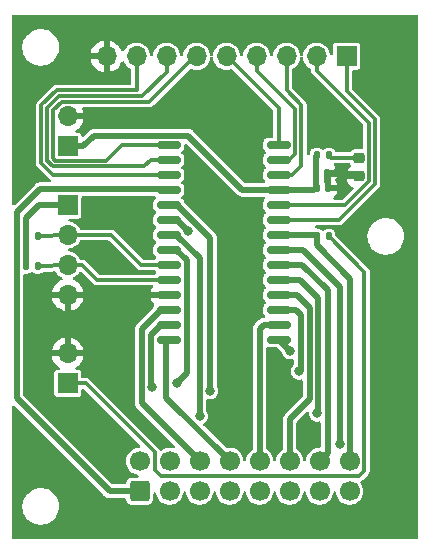
<source format=gbr>
%TF.GenerationSoftware,KiCad,Pcbnew,(6.0.0)*%
%TF.CreationDate,2022-01-19T10:56:35+01:00*%
%TF.ProjectId,CH423_ev_routed,43483432-335f-4657-965f-726f75746564,rev?*%
%TF.SameCoordinates,Original*%
%TF.FileFunction,Copper,L1,Top*%
%TF.FilePolarity,Positive*%
%FSLAX46Y46*%
G04 Gerber Fmt 4.6, Leading zero omitted, Abs format (unit mm)*
G04 Created by KiCad (PCBNEW (6.0.0)) date 2022-01-19 10:56:35*
%MOMM*%
%LPD*%
G01*
G04 APERTURE LIST*
G04 Aperture macros list*
%AMRoundRect*
0 Rectangle with rounded corners*
0 $1 Rounding radius*
0 $2 $3 $4 $5 $6 $7 $8 $9 X,Y pos of 4 corners*
0 Add a 4 corners polygon primitive as box body*
4,1,4,$2,$3,$4,$5,$6,$7,$8,$9,$2,$3,0*
0 Add four circle primitives for the rounded corners*
1,1,$1+$1,$2,$3*
1,1,$1+$1,$4,$5*
1,1,$1+$1,$6,$7*
1,1,$1+$1,$8,$9*
0 Add four rect primitives between the rounded corners*
20,1,$1+$1,$2,$3,$4,$5,0*
20,1,$1+$1,$4,$5,$6,$7,0*
20,1,$1+$1,$6,$7,$8,$9,0*
20,1,$1+$1,$8,$9,$2,$3,0*%
G04 Aperture macros list end*
%TA.AperFunction,SMDPad,CuDef*%
%ADD10RoundRect,0.135000X0.135000X0.185000X-0.135000X0.185000X-0.135000X-0.185000X0.135000X-0.185000X0*%
%TD*%
%TA.AperFunction,ComponentPad*%
%ADD11R,1.700000X1.700000*%
%TD*%
%TA.AperFunction,ComponentPad*%
%ADD12O,1.700000X1.700000*%
%TD*%
%TA.AperFunction,SMDPad,CuDef*%
%ADD13RoundRect,0.140000X-0.140000X-0.170000X0.140000X-0.170000X0.140000X0.170000X-0.140000X0.170000X0*%
%TD*%
%TA.AperFunction,SMDPad,CuDef*%
%ADD14RoundRect,0.218750X0.256250X-0.218750X0.256250X0.218750X-0.256250X0.218750X-0.256250X-0.218750X0*%
%TD*%
%TA.AperFunction,ComponentPad*%
%ADD15RoundRect,0.250000X0.600000X-0.600000X0.600000X0.600000X-0.600000X0.600000X-0.600000X-0.600000X0*%
%TD*%
%TA.AperFunction,ComponentPad*%
%ADD16C,1.700000*%
%TD*%
%TA.AperFunction,SMDPad,CuDef*%
%ADD17RoundRect,0.150000X-0.875000X-0.150000X0.875000X-0.150000X0.875000X0.150000X-0.875000X0.150000X0*%
%TD*%
%TA.AperFunction,SMDPad,CuDef*%
%ADD18RoundRect,0.135000X-0.135000X-0.185000X0.135000X-0.185000X0.135000X0.185000X-0.135000X0.185000X0*%
%TD*%
%TA.AperFunction,ViaPad*%
%ADD19C,0.800000*%
%TD*%
%TA.AperFunction,ViaPad*%
%ADD20C,0.600000*%
%TD*%
%TA.AperFunction,Conductor*%
%ADD21C,0.300000*%
%TD*%
%TA.AperFunction,Conductor*%
%ADD22C,0.550000*%
%TD*%
G04 APERTURE END LIST*
D10*
X118110000Y-61214000D03*
X117090000Y-61214000D03*
D11*
X96012000Y-65415000D03*
D12*
X96012000Y-67955000D03*
X96012000Y-70495000D03*
X96012000Y-73035000D03*
D13*
X117094000Y-64008000D03*
X118054000Y-64008000D03*
D11*
X96012000Y-80518000D03*
D12*
X96012000Y-77978000D03*
D11*
X96012000Y-60452000D03*
D12*
X96012000Y-57912000D03*
D14*
X120650000Y-62992000D03*
X120650000Y-61417000D03*
D15*
X102108000Y-89652500D03*
D16*
X102108000Y-87112500D03*
X104648000Y-89652500D03*
X104648000Y-87112500D03*
X107188000Y-89652500D03*
X107188000Y-87112500D03*
X109728000Y-89652500D03*
X109728000Y-87112500D03*
X112268000Y-89652500D03*
X112268000Y-87112500D03*
X114808000Y-89652500D03*
X114808000Y-87112500D03*
X117348000Y-89652500D03*
X117348000Y-87112500D03*
X119888000Y-89652500D03*
X119888000Y-87112500D03*
D10*
X93476000Y-68062000D03*
X92456000Y-68062000D03*
D11*
X119619000Y-52832000D03*
D12*
X117079000Y-52832000D03*
X114539000Y-52832000D03*
X111999000Y-52832000D03*
X109459000Y-52832000D03*
X106919000Y-52832000D03*
X104379000Y-52832000D03*
X101839000Y-52832000D03*
X99299000Y-52832000D03*
D10*
X93474000Y-70602000D03*
X92454000Y-70602000D03*
D17*
X104570000Y-60325000D03*
X104570000Y-61595000D03*
X104570000Y-62865000D03*
X104570000Y-64135000D03*
X104570000Y-65405000D03*
X104570000Y-66675000D03*
X104570000Y-67945000D03*
X104570000Y-69215000D03*
X104570000Y-70485000D03*
X104570000Y-71755000D03*
X104570000Y-73025000D03*
X104570000Y-74295000D03*
X104570000Y-75565000D03*
X104570000Y-76835000D03*
X113870000Y-76835000D03*
X113870000Y-75565000D03*
X113870000Y-74295000D03*
X113870000Y-73025000D03*
X113870000Y-71755000D03*
X113870000Y-70485000D03*
X113870000Y-69215000D03*
X113870000Y-67945000D03*
X113870000Y-66675000D03*
X113870000Y-65405000D03*
X113870000Y-64135000D03*
X113870000Y-62865000D03*
X113870000Y-61595000D03*
X113870000Y-60325000D03*
D18*
X117090000Y-68072000D03*
X118110000Y-68072000D03*
D13*
X117038000Y-62734000D03*
X117998000Y-62734000D03*
D19*
X108062800Y-81157700D03*
X106215300Y-67610300D03*
X107187500Y-83314000D03*
X105268200Y-80510400D03*
D20*
X116332000Y-84582000D03*
X110236000Y-67564000D03*
X120650000Y-62992000D03*
X101092000Y-70612000D03*
D19*
X118917700Y-62604600D03*
D20*
X118872000Y-59182000D03*
X110236000Y-74422000D03*
X119380000Y-64008000D03*
X101092000Y-67564000D03*
X107442000Y-57150000D03*
X113538000Y-78994000D03*
D19*
X103164500Y-80865000D03*
X114866600Y-77776800D03*
X115617700Y-79502000D03*
X117137900Y-83058000D03*
X119069100Y-85617200D03*
D21*
X93476000Y-68062000D02*
X94704700Y-68062000D01*
X99705000Y-67955000D02*
X96012000Y-67955000D01*
X96012000Y-67955000D02*
X94811700Y-67955000D01*
X102235000Y-70485000D02*
X99705000Y-67955000D01*
X104570000Y-70485000D02*
X102235000Y-70485000D01*
X94704700Y-68062000D02*
X94811700Y-67955000D01*
D22*
X117038000Y-62734000D02*
X117038000Y-63952000D01*
X117038000Y-61266000D02*
X117038000Y-62734000D01*
X117090000Y-61214000D02*
X117038000Y-61266000D01*
X106214500Y-59541000D02*
X98248300Y-59541000D01*
X116855000Y-64135000D02*
X113870000Y-64135000D01*
X113870000Y-64135000D02*
X110808500Y-64135000D01*
X92454000Y-68064000D02*
X92456000Y-68062000D01*
X92456000Y-66548000D02*
X92456000Y-68062000D01*
X117038000Y-63952000D02*
X117094000Y-64008000D01*
X92454000Y-70602000D02*
X92454000Y-68064000D01*
X96012000Y-60452000D02*
X97337300Y-60452000D01*
X110808500Y-64135000D02*
X106214500Y-59541000D01*
X96012000Y-65415000D02*
X93589000Y-65415000D01*
X93589000Y-65415000D02*
X92456000Y-66548000D01*
X117038000Y-63952000D02*
X116855000Y-64135000D01*
X98248300Y-59541000D02*
X97337300Y-60452000D01*
D21*
X104570000Y-71755000D02*
X98472300Y-71755000D01*
X93474000Y-70602000D02*
X94704700Y-70602000D01*
X94704700Y-70602000D02*
X94811700Y-70495000D01*
X96012000Y-70495000D02*
X94811700Y-70495000D01*
X98472300Y-71755000D02*
X97212300Y-70495000D01*
X96012000Y-70495000D02*
X97212300Y-70495000D01*
X118313000Y-61417000D02*
X118110000Y-61214000D01*
X120650000Y-61417000D02*
X118313000Y-61417000D01*
D22*
X104570000Y-64135000D02*
X104524600Y-64089600D01*
X99558500Y-89652500D02*
X102108000Y-89652500D01*
X91683700Y-81777700D02*
X99558500Y-89652500D01*
X93644400Y-64089600D02*
X91683700Y-66050300D01*
X104524600Y-64089600D02*
X93644400Y-64089600D01*
X91683700Y-66050300D02*
X91683700Y-81777700D01*
X108062800Y-81157700D02*
X108062800Y-68195900D01*
X108062800Y-68195900D02*
X105271900Y-65405000D01*
X105271900Y-65405000D02*
X104570000Y-65405000D01*
X105280000Y-66675000D02*
X106215300Y-67610300D01*
X104570000Y-66675000D02*
X105280000Y-66675000D01*
X105210600Y-67945000D02*
X104570000Y-67945000D01*
X107187500Y-69921900D02*
X105210600Y-67945000D01*
X107187500Y-83314000D02*
X107187500Y-69921900D01*
X106107400Y-79671200D02*
X105268200Y-80510400D01*
X106107400Y-70102200D02*
X106107400Y-79671200D01*
X104570000Y-69215000D02*
X105220200Y-69215000D01*
X105220200Y-69215000D02*
X106107400Y-70102200D01*
X118054000Y-62790000D02*
X118917700Y-62790000D01*
X120448000Y-62790000D02*
X120650000Y-62992000D01*
X97347300Y-73025000D02*
X97337300Y-73035000D01*
X104570000Y-73025000D02*
X97347300Y-73025000D01*
X96012000Y-73035000D02*
X97337300Y-73035000D01*
X118917700Y-62790000D02*
X120448000Y-62790000D01*
X118917700Y-62790000D02*
X118917700Y-62604600D01*
X117998000Y-62734000D02*
X118054000Y-62790000D01*
X118054000Y-62790000D02*
X118054000Y-64008000D01*
X104570000Y-74295000D02*
X103913300Y-74295000D01*
X103913300Y-74295000D02*
X102283900Y-75924400D01*
X102283900Y-75924400D02*
X102283900Y-82208400D01*
X102283900Y-82208400D02*
X107188000Y-87112500D01*
X103069100Y-76411000D02*
X103069100Y-80769600D01*
X103069100Y-80769600D02*
X103164500Y-80865000D01*
X104570000Y-75565000D02*
X103915100Y-75565000D01*
X103915100Y-75565000D02*
X103069100Y-76411000D01*
X104366500Y-77038500D02*
X104366500Y-81751000D01*
X104570000Y-76835000D02*
X104366500Y-77038500D01*
X104366500Y-81751000D02*
X109728000Y-87112500D01*
X113924800Y-76835000D02*
X114866600Y-77776800D01*
X113870000Y-76835000D02*
X113924800Y-76835000D01*
X113870000Y-75565000D02*
X112598200Y-75565000D01*
X112268000Y-75895200D02*
X112268000Y-87112500D01*
X112598200Y-75565000D02*
X112268000Y-75895200D01*
X115617700Y-79502000D02*
X115741900Y-79377800D01*
X115741900Y-74695500D02*
X115341400Y-74295000D01*
X115341400Y-74295000D02*
X113870000Y-74295000D01*
X115741900Y-79377800D02*
X115741900Y-74695500D01*
X116492200Y-81881800D02*
X116492200Y-74125000D01*
X114808000Y-83566000D02*
X116492200Y-81881800D01*
X114808000Y-87112500D02*
X114808000Y-83566000D01*
X115392200Y-73025000D02*
X113870000Y-73025000D01*
X116492200Y-74125000D02*
X115392200Y-73025000D01*
X117137900Y-83058000D02*
X117242500Y-82953400D01*
X115697000Y-71755000D02*
X113870000Y-71755000D01*
X117242500Y-82953400D02*
X117242500Y-73300500D01*
X117242500Y-73300500D02*
X115697000Y-71755000D01*
X118012400Y-72648000D02*
X118012400Y-86448100D01*
X118012400Y-86448100D02*
X117348000Y-87112500D01*
X115849400Y-70485000D02*
X118012400Y-72648000D01*
X113870000Y-70485000D02*
X115849400Y-70485000D01*
X115951000Y-69215000D02*
X119069100Y-72333100D01*
X113870000Y-69215000D02*
X115951000Y-69215000D01*
X119069100Y-72333100D02*
X119069100Y-85617200D01*
X117090000Y-68806000D02*
X117090000Y-68072000D01*
X119888000Y-87112500D02*
X119945200Y-87055300D01*
X119945200Y-71661200D02*
X117090000Y-68806000D01*
X116963000Y-67945000D02*
X117090000Y-68072000D01*
X113870000Y-67945000D02*
X116963000Y-67945000D01*
X119945200Y-87055300D02*
X119945200Y-71661200D01*
D21*
X122025000Y-58169400D02*
X119619000Y-55763400D01*
X118958900Y-66675000D02*
X122025000Y-63608900D01*
X122025000Y-63608900D02*
X122025000Y-58169400D01*
X119619000Y-55763400D02*
X119619000Y-52832000D01*
X113870000Y-66675000D02*
X118958900Y-66675000D01*
X113870000Y-65405000D02*
X119521200Y-65405000D01*
X119521200Y-65405000D02*
X121500400Y-63425800D01*
X121500400Y-63425800D02*
X121500400Y-58453700D01*
X117079000Y-52832000D02*
X117079000Y-54032300D01*
X121500400Y-58453700D02*
X117079000Y-54032300D01*
X115794900Y-62106700D02*
X115794900Y-56968500D01*
X115036600Y-62865000D02*
X115794900Y-62106700D01*
X113870000Y-62865000D02*
X115036600Y-62865000D01*
X114539000Y-55712600D02*
X114539000Y-52832000D01*
X115794900Y-56968500D02*
X114539000Y-55712600D01*
X115264300Y-61113300D02*
X115264300Y-57297600D01*
X113870000Y-61595000D02*
X114782600Y-61595000D01*
X114782600Y-61595000D02*
X115264300Y-61113300D01*
X111999000Y-54032300D02*
X111999000Y-52832000D01*
X115264300Y-57297600D02*
X111999000Y-54032300D01*
X109474000Y-52832000D02*
X109459000Y-52832000D01*
X113870000Y-60325000D02*
X113870000Y-57228000D01*
X113870000Y-57228000D02*
X109474000Y-52832000D01*
X102916800Y-56696800D02*
X106781600Y-52832000D01*
X106781600Y-52832000D02*
X106919000Y-52832000D01*
X99256200Y-61652400D02*
X94964400Y-61652400D01*
X94964400Y-61652400D02*
X94787200Y-61475200D01*
X100583600Y-60325000D02*
X99256200Y-61652400D01*
X104570000Y-60325000D02*
X100583600Y-60325000D01*
X95495600Y-56696800D02*
X102916800Y-56696800D01*
X94787200Y-57405200D02*
X95495600Y-56696800D01*
X94787200Y-61475200D02*
X94787200Y-57405200D01*
X95288400Y-56196500D02*
X94286900Y-57198000D01*
X104379000Y-54117000D02*
X102299500Y-56196500D01*
X102299500Y-56196500D02*
X95288400Y-56196500D01*
X103047800Y-61595000D02*
X104570000Y-61595000D01*
X104379000Y-52832000D02*
X104379000Y-54117000D01*
X94286900Y-57198000D02*
X94286900Y-61682400D01*
X94286900Y-61682400D02*
X94757200Y-62152700D01*
X94757200Y-62152700D02*
X102490100Y-62152700D01*
X102490100Y-62152700D02*
X103047800Y-61595000D01*
X93786600Y-61889600D02*
X94762000Y-62865000D01*
X101839000Y-52832000D02*
X101839000Y-55691800D01*
X101839000Y-55691800D02*
X101834600Y-55696200D01*
X101834600Y-55696200D02*
X95081200Y-55696200D01*
X95081200Y-55696200D02*
X93786600Y-56990800D01*
X94762000Y-62865000D02*
X104570000Y-62865000D01*
X93786600Y-56990800D02*
X93786600Y-61889600D01*
X103378000Y-86360000D02*
X103378000Y-87847000D01*
X103923000Y-88392000D02*
X120659850Y-88392000D01*
X103378000Y-87847000D02*
X103923000Y-88392000D01*
X120659850Y-88392000D02*
X121132700Y-87919150D01*
X96012000Y-80518000D02*
X97536000Y-80518000D01*
X121132700Y-87919150D02*
X121132700Y-71094700D01*
X97536000Y-80518000D02*
X103378000Y-86360000D01*
X121132700Y-71094700D02*
X118110000Y-68072000D01*
%TA.AperFunction,Conductor*%
G36*
X125642121Y-49320002D02*
G01*
X125688614Y-49373658D01*
X125700000Y-49426000D01*
X125700000Y-93574000D01*
X125679998Y-93642121D01*
X125626342Y-93688614D01*
X125574000Y-93700000D01*
X91426000Y-93700000D01*
X91357879Y-93679998D01*
X91311386Y-93626342D01*
X91300000Y-93574000D01*
X91300000Y-90986288D01*
X92171404Y-90986288D01*
X92200081Y-91234140D01*
X92268017Y-91474219D01*
X92373462Y-91700348D01*
X92513706Y-91906710D01*
X92685138Y-92087994D01*
X92883349Y-92239538D01*
X93103239Y-92357443D01*
X93339152Y-92438674D01*
X93467099Y-92460774D01*
X93581107Y-92480467D01*
X93581113Y-92480468D01*
X93585017Y-92481142D01*
X93588978Y-92481322D01*
X93588979Y-92481322D01*
X93613503Y-92482436D01*
X93613522Y-92482436D01*
X93614922Y-92482500D01*
X93788691Y-92482500D01*
X93791199Y-92482298D01*
X93791204Y-92482298D01*
X93969661Y-92467940D01*
X93969666Y-92467939D01*
X93974702Y-92467534D01*
X93979610Y-92466329D01*
X93979613Y-92466328D01*
X94212092Y-92409225D01*
X94217006Y-92408018D01*
X94221658Y-92406043D01*
X94221662Y-92406042D01*
X94442022Y-92312505D01*
X94442023Y-92312505D01*
X94446677Y-92310529D01*
X94657808Y-92177573D01*
X94755923Y-92091073D01*
X94841168Y-92015920D01*
X94841171Y-92015917D01*
X94844965Y-92012572D01*
X95003334Y-91819770D01*
X95128840Y-91604128D01*
X95218255Y-91371195D01*
X95269278Y-91126961D01*
X95280596Y-90877712D01*
X95264637Y-90739775D01*
X95252501Y-90634890D01*
X95251919Y-90629860D01*
X95183983Y-90389781D01*
X95109576Y-90230214D01*
X95080675Y-90168234D01*
X95080673Y-90168230D01*
X95078538Y-90163652D01*
X94938294Y-89957290D01*
X94766862Y-89776006D01*
X94717748Y-89738455D01*
X94572677Y-89627540D01*
X94572676Y-89627539D01*
X94568651Y-89624462D01*
X94348761Y-89506557D01*
X94112848Y-89425326D01*
X93984901Y-89403226D01*
X93870893Y-89383533D01*
X93870887Y-89383532D01*
X93866983Y-89382858D01*
X93863022Y-89382678D01*
X93863021Y-89382678D01*
X93838497Y-89381564D01*
X93838478Y-89381564D01*
X93837078Y-89381500D01*
X93663309Y-89381500D01*
X93660801Y-89381702D01*
X93660796Y-89381702D01*
X93482339Y-89396060D01*
X93482334Y-89396061D01*
X93477298Y-89396466D01*
X93472390Y-89397671D01*
X93472387Y-89397672D01*
X93292162Y-89441940D01*
X93234994Y-89455982D01*
X93230342Y-89457957D01*
X93230338Y-89457958D01*
X93021058Y-89546792D01*
X93005323Y-89553471D01*
X92794192Y-89686427D01*
X92790398Y-89689772D01*
X92610832Y-89848080D01*
X92610829Y-89848083D01*
X92607035Y-89851428D01*
X92603825Y-89855336D01*
X92603824Y-89855337D01*
X92578180Y-89886556D01*
X92448666Y-90044230D01*
X92323160Y-90259872D01*
X92321347Y-90264595D01*
X92321346Y-90264597D01*
X92309571Y-90295272D01*
X92233745Y-90492805D01*
X92232712Y-90497751D01*
X92232710Y-90497757D01*
X92196687Y-90670192D01*
X92182722Y-90737039D01*
X92182493Y-90742088D01*
X92182492Y-90742094D01*
X92179727Y-90803000D01*
X92171404Y-90986288D01*
X91300000Y-90986288D01*
X91300000Y-82512070D01*
X91320002Y-82443949D01*
X91373658Y-82397456D01*
X91443932Y-82387352D01*
X91508512Y-82416846D01*
X91515095Y-82422975D01*
X99119050Y-90026930D01*
X99129917Y-90039321D01*
X99148049Y-90062951D01*
X99154599Y-90067977D01*
X99178229Y-90086109D01*
X99178232Y-90086112D01*
X99232167Y-90127498D01*
X99268267Y-90155199D01*
X99367260Y-90196203D01*
X99400634Y-90210027D01*
X99400637Y-90210028D01*
X99408264Y-90213187D01*
X99520780Y-90228000D01*
X99520781Y-90228000D01*
X99520791Y-90228001D01*
X99550310Y-90231887D01*
X99550312Y-90231887D01*
X99558500Y-90232965D01*
X99566688Y-90231887D01*
X99566689Y-90231887D01*
X99588026Y-90229078D01*
X99604472Y-90228000D01*
X100837688Y-90228000D01*
X100905809Y-90248002D01*
X100952302Y-90301658D01*
X100962775Y-90338862D01*
X100968364Y-90385047D01*
X101023887Y-90525283D01*
X101115078Y-90645422D01*
X101235217Y-90736613D01*
X101275727Y-90752652D01*
X101367923Y-90789155D01*
X101367925Y-90789156D01*
X101375453Y-90792136D01*
X101465228Y-90803000D01*
X102750772Y-90803000D01*
X102840547Y-90792136D01*
X102848075Y-90789156D01*
X102848077Y-90789155D01*
X102940273Y-90752652D01*
X102980783Y-90736613D01*
X103100922Y-90645422D01*
X103192113Y-90525283D01*
X103247636Y-90385047D01*
X103258500Y-90295272D01*
X103258500Y-89863173D01*
X103278502Y-89795052D01*
X103332158Y-89748559D01*
X103402432Y-89738455D01*
X103467012Y-89767949D01*
X103505396Y-89827675D01*
X103506658Y-89833284D01*
X103506796Y-89833249D01*
X103558845Y-90038190D01*
X103561262Y-90043433D01*
X103567240Y-90056401D01*
X103647369Y-90230214D01*
X103769405Y-90402891D01*
X103773539Y-90406918D01*
X103866788Y-90497757D01*
X103920865Y-90550437D01*
X103925661Y-90553642D01*
X103925664Y-90553644D01*
X104032435Y-90624986D01*
X104096677Y-90667911D01*
X104101985Y-90670192D01*
X104101986Y-90670192D01*
X104285650Y-90749100D01*
X104285653Y-90749101D01*
X104290953Y-90751378D01*
X104296582Y-90752652D01*
X104296583Y-90752652D01*
X104491550Y-90796769D01*
X104491553Y-90796769D01*
X104497186Y-90798044D01*
X104502957Y-90798271D01*
X104502959Y-90798271D01*
X104564989Y-90800708D01*
X104708470Y-90806346D01*
X104714179Y-90805518D01*
X104714183Y-90805518D01*
X104912015Y-90776833D01*
X104912019Y-90776832D01*
X104917730Y-90776004D01*
X105047112Y-90732085D01*
X105112483Y-90709895D01*
X105112488Y-90709893D01*
X105117955Y-90708037D01*
X105122998Y-90705213D01*
X105297395Y-90607546D01*
X105297399Y-90607543D01*
X105302442Y-90604719D01*
X105465012Y-90469512D01*
X105600219Y-90306942D01*
X105603043Y-90301899D01*
X105603046Y-90301895D01*
X105700713Y-90127498D01*
X105700714Y-90127496D01*
X105703537Y-90122455D01*
X105705393Y-90116988D01*
X105705395Y-90116983D01*
X105769647Y-89927700D01*
X105771504Y-89922230D01*
X105780067Y-89863173D01*
X105793090Y-89773360D01*
X105822660Y-89708815D01*
X105882432Y-89670503D01*
X105953429Y-89670587D01*
X106013109Y-89709042D01*
X106042525Y-89773658D01*
X106043515Y-89783195D01*
X106046796Y-89833249D01*
X106048217Y-89838845D01*
X106048218Y-89838850D01*
X106070784Y-89927700D01*
X106098845Y-90038190D01*
X106101262Y-90043433D01*
X106107240Y-90056401D01*
X106187369Y-90230214D01*
X106309405Y-90402891D01*
X106313539Y-90406918D01*
X106406788Y-90497757D01*
X106460865Y-90550437D01*
X106465661Y-90553642D01*
X106465664Y-90553644D01*
X106572435Y-90624986D01*
X106636677Y-90667911D01*
X106641985Y-90670192D01*
X106641986Y-90670192D01*
X106825650Y-90749100D01*
X106825653Y-90749101D01*
X106830953Y-90751378D01*
X106836582Y-90752652D01*
X106836583Y-90752652D01*
X107031550Y-90796769D01*
X107031553Y-90796769D01*
X107037186Y-90798044D01*
X107042957Y-90798271D01*
X107042959Y-90798271D01*
X107104989Y-90800708D01*
X107248470Y-90806346D01*
X107254179Y-90805518D01*
X107254183Y-90805518D01*
X107452015Y-90776833D01*
X107452019Y-90776832D01*
X107457730Y-90776004D01*
X107587112Y-90732085D01*
X107652483Y-90709895D01*
X107652488Y-90709893D01*
X107657955Y-90708037D01*
X107662998Y-90705213D01*
X107837395Y-90607546D01*
X107837399Y-90607543D01*
X107842442Y-90604719D01*
X108005012Y-90469512D01*
X108140219Y-90306942D01*
X108143043Y-90301899D01*
X108143046Y-90301895D01*
X108240713Y-90127498D01*
X108240714Y-90127496D01*
X108243537Y-90122455D01*
X108245393Y-90116988D01*
X108245395Y-90116983D01*
X108309647Y-89927700D01*
X108311504Y-89922230D01*
X108320067Y-89863173D01*
X108333090Y-89773360D01*
X108362660Y-89708815D01*
X108422432Y-89670503D01*
X108493429Y-89670587D01*
X108553109Y-89709042D01*
X108582525Y-89773658D01*
X108583515Y-89783195D01*
X108586796Y-89833249D01*
X108588217Y-89838845D01*
X108588218Y-89838850D01*
X108610784Y-89927700D01*
X108638845Y-90038190D01*
X108641262Y-90043433D01*
X108647240Y-90056401D01*
X108727369Y-90230214D01*
X108849405Y-90402891D01*
X108853539Y-90406918D01*
X108946788Y-90497757D01*
X109000865Y-90550437D01*
X109005661Y-90553642D01*
X109005664Y-90553644D01*
X109112435Y-90624986D01*
X109176677Y-90667911D01*
X109181985Y-90670192D01*
X109181986Y-90670192D01*
X109365650Y-90749100D01*
X109365653Y-90749101D01*
X109370953Y-90751378D01*
X109376582Y-90752652D01*
X109376583Y-90752652D01*
X109571550Y-90796769D01*
X109571553Y-90796769D01*
X109577186Y-90798044D01*
X109582957Y-90798271D01*
X109582959Y-90798271D01*
X109644989Y-90800708D01*
X109788470Y-90806346D01*
X109794179Y-90805518D01*
X109794183Y-90805518D01*
X109992015Y-90776833D01*
X109992019Y-90776832D01*
X109997730Y-90776004D01*
X110127112Y-90732085D01*
X110192483Y-90709895D01*
X110192488Y-90709893D01*
X110197955Y-90708037D01*
X110202998Y-90705213D01*
X110377395Y-90607546D01*
X110377399Y-90607543D01*
X110382442Y-90604719D01*
X110545012Y-90469512D01*
X110680219Y-90306942D01*
X110683043Y-90301899D01*
X110683046Y-90301895D01*
X110780713Y-90127498D01*
X110780714Y-90127496D01*
X110783537Y-90122455D01*
X110785393Y-90116988D01*
X110785395Y-90116983D01*
X110849647Y-89927700D01*
X110851504Y-89922230D01*
X110860067Y-89863173D01*
X110873090Y-89773360D01*
X110902660Y-89708815D01*
X110962432Y-89670503D01*
X111033429Y-89670587D01*
X111093109Y-89709042D01*
X111122525Y-89773658D01*
X111123515Y-89783195D01*
X111126796Y-89833249D01*
X111128217Y-89838845D01*
X111128218Y-89838850D01*
X111150784Y-89927700D01*
X111178845Y-90038190D01*
X111181262Y-90043433D01*
X111187240Y-90056401D01*
X111267369Y-90230214D01*
X111389405Y-90402891D01*
X111393539Y-90406918D01*
X111486788Y-90497757D01*
X111540865Y-90550437D01*
X111545661Y-90553642D01*
X111545664Y-90553644D01*
X111652435Y-90624986D01*
X111716677Y-90667911D01*
X111721985Y-90670192D01*
X111721986Y-90670192D01*
X111905650Y-90749100D01*
X111905653Y-90749101D01*
X111910953Y-90751378D01*
X111916582Y-90752652D01*
X111916583Y-90752652D01*
X112111550Y-90796769D01*
X112111553Y-90796769D01*
X112117186Y-90798044D01*
X112122957Y-90798271D01*
X112122959Y-90798271D01*
X112184989Y-90800708D01*
X112328470Y-90806346D01*
X112334179Y-90805518D01*
X112334183Y-90805518D01*
X112532015Y-90776833D01*
X112532019Y-90776832D01*
X112537730Y-90776004D01*
X112667112Y-90732085D01*
X112732483Y-90709895D01*
X112732488Y-90709893D01*
X112737955Y-90708037D01*
X112742998Y-90705213D01*
X112917395Y-90607546D01*
X112917399Y-90607543D01*
X112922442Y-90604719D01*
X113085012Y-90469512D01*
X113220219Y-90306942D01*
X113223043Y-90301899D01*
X113223046Y-90301895D01*
X113320713Y-90127498D01*
X113320714Y-90127496D01*
X113323537Y-90122455D01*
X113325393Y-90116988D01*
X113325395Y-90116983D01*
X113389647Y-89927700D01*
X113391504Y-89922230D01*
X113400067Y-89863173D01*
X113413090Y-89773360D01*
X113442660Y-89708815D01*
X113502432Y-89670503D01*
X113573429Y-89670587D01*
X113633109Y-89709042D01*
X113662525Y-89773658D01*
X113663515Y-89783195D01*
X113666796Y-89833249D01*
X113668217Y-89838845D01*
X113668218Y-89838850D01*
X113690784Y-89927700D01*
X113718845Y-90038190D01*
X113721262Y-90043433D01*
X113727240Y-90056401D01*
X113807369Y-90230214D01*
X113929405Y-90402891D01*
X113933539Y-90406918D01*
X114026788Y-90497757D01*
X114080865Y-90550437D01*
X114085661Y-90553642D01*
X114085664Y-90553644D01*
X114192435Y-90624986D01*
X114256677Y-90667911D01*
X114261985Y-90670192D01*
X114261986Y-90670192D01*
X114445650Y-90749100D01*
X114445653Y-90749101D01*
X114450953Y-90751378D01*
X114456582Y-90752652D01*
X114456583Y-90752652D01*
X114651550Y-90796769D01*
X114651553Y-90796769D01*
X114657186Y-90798044D01*
X114662957Y-90798271D01*
X114662959Y-90798271D01*
X114724989Y-90800708D01*
X114868470Y-90806346D01*
X114874179Y-90805518D01*
X114874183Y-90805518D01*
X115072015Y-90776833D01*
X115072019Y-90776832D01*
X115077730Y-90776004D01*
X115207112Y-90732085D01*
X115272483Y-90709895D01*
X115272488Y-90709893D01*
X115277955Y-90708037D01*
X115282998Y-90705213D01*
X115457395Y-90607546D01*
X115457399Y-90607543D01*
X115462442Y-90604719D01*
X115625012Y-90469512D01*
X115760219Y-90306942D01*
X115763043Y-90301899D01*
X115763046Y-90301895D01*
X115860713Y-90127498D01*
X115860714Y-90127496D01*
X115863537Y-90122455D01*
X115865393Y-90116988D01*
X115865395Y-90116983D01*
X115929647Y-89927700D01*
X115931504Y-89922230D01*
X115940067Y-89863173D01*
X115953090Y-89773360D01*
X115982660Y-89708815D01*
X116042432Y-89670503D01*
X116113429Y-89670587D01*
X116173109Y-89709042D01*
X116202525Y-89773658D01*
X116203515Y-89783195D01*
X116206796Y-89833249D01*
X116208217Y-89838845D01*
X116208218Y-89838850D01*
X116230784Y-89927700D01*
X116258845Y-90038190D01*
X116261262Y-90043433D01*
X116267240Y-90056401D01*
X116347369Y-90230214D01*
X116469405Y-90402891D01*
X116473539Y-90406918D01*
X116566788Y-90497757D01*
X116620865Y-90550437D01*
X116625661Y-90553642D01*
X116625664Y-90553644D01*
X116732435Y-90624986D01*
X116796677Y-90667911D01*
X116801985Y-90670192D01*
X116801986Y-90670192D01*
X116985650Y-90749100D01*
X116985653Y-90749101D01*
X116990953Y-90751378D01*
X116996582Y-90752652D01*
X116996583Y-90752652D01*
X117191550Y-90796769D01*
X117191553Y-90796769D01*
X117197186Y-90798044D01*
X117202957Y-90798271D01*
X117202959Y-90798271D01*
X117264989Y-90800708D01*
X117408470Y-90806346D01*
X117414179Y-90805518D01*
X117414183Y-90805518D01*
X117612015Y-90776833D01*
X117612019Y-90776832D01*
X117617730Y-90776004D01*
X117747112Y-90732085D01*
X117812483Y-90709895D01*
X117812488Y-90709893D01*
X117817955Y-90708037D01*
X117822998Y-90705213D01*
X117997395Y-90607546D01*
X117997399Y-90607543D01*
X118002442Y-90604719D01*
X118165012Y-90469512D01*
X118300219Y-90306942D01*
X118303043Y-90301899D01*
X118303046Y-90301895D01*
X118400713Y-90127498D01*
X118400714Y-90127496D01*
X118403537Y-90122455D01*
X118405393Y-90116988D01*
X118405395Y-90116983D01*
X118469647Y-89927700D01*
X118471504Y-89922230D01*
X118480067Y-89863173D01*
X118493090Y-89773360D01*
X118522660Y-89708815D01*
X118582432Y-89670503D01*
X118653429Y-89670587D01*
X118713109Y-89709042D01*
X118742525Y-89773658D01*
X118743515Y-89783195D01*
X118746796Y-89833249D01*
X118748217Y-89838845D01*
X118748218Y-89838850D01*
X118770784Y-89927700D01*
X118798845Y-90038190D01*
X118801262Y-90043433D01*
X118807240Y-90056401D01*
X118887369Y-90230214D01*
X119009405Y-90402891D01*
X119013539Y-90406918D01*
X119106788Y-90497757D01*
X119160865Y-90550437D01*
X119165661Y-90553642D01*
X119165664Y-90553644D01*
X119272435Y-90624986D01*
X119336677Y-90667911D01*
X119341985Y-90670192D01*
X119341986Y-90670192D01*
X119525650Y-90749100D01*
X119525653Y-90749101D01*
X119530953Y-90751378D01*
X119536582Y-90752652D01*
X119536583Y-90752652D01*
X119731550Y-90796769D01*
X119731553Y-90796769D01*
X119737186Y-90798044D01*
X119742957Y-90798271D01*
X119742959Y-90798271D01*
X119804989Y-90800708D01*
X119948470Y-90806346D01*
X119954179Y-90805518D01*
X119954183Y-90805518D01*
X120152015Y-90776833D01*
X120152019Y-90776832D01*
X120157730Y-90776004D01*
X120287112Y-90732085D01*
X120352483Y-90709895D01*
X120352488Y-90709893D01*
X120357955Y-90708037D01*
X120362998Y-90705213D01*
X120537395Y-90607546D01*
X120537399Y-90607543D01*
X120542442Y-90604719D01*
X120705012Y-90469512D01*
X120840219Y-90306942D01*
X120843043Y-90301899D01*
X120843046Y-90301895D01*
X120940713Y-90127498D01*
X120940714Y-90127496D01*
X120943537Y-90122455D01*
X120945393Y-90116988D01*
X120945395Y-90116983D01*
X121009647Y-89927700D01*
X121011504Y-89922230D01*
X121021204Y-89855337D01*
X121041314Y-89716640D01*
X121041314Y-89716638D01*
X121041846Y-89712970D01*
X121043429Y-89652500D01*
X121024081Y-89441940D01*
X121019396Y-89425326D01*
X120968255Y-89243996D01*
X120966686Y-89238431D01*
X120955553Y-89215854D01*
X120875719Y-89053969D01*
X120873165Y-89048790D01*
X120850675Y-89018672D01*
X120822179Y-88980511D01*
X120797447Y-88913961D01*
X120812622Y-88844605D01*
X120868594Y-88791539D01*
X120893213Y-88779717D01*
X120915929Y-88768809D01*
X120921215Y-88763923D01*
X120921263Y-88763890D01*
X120927638Y-88760579D01*
X120932678Y-88756275D01*
X120969905Y-88719048D01*
X120973471Y-88715618D01*
X121008491Y-88683246D01*
X121015406Y-88676854D01*
X121019099Y-88670495D01*
X121024616Y-88664337D01*
X121427050Y-88261903D01*
X121438139Y-88252049D01*
X121457410Y-88236856D01*
X121457411Y-88236855D01*
X121464810Y-88231022D01*
X121470165Y-88223274D01*
X121470167Y-88223272D01*
X121498174Y-88182750D01*
X121500474Y-88179531D01*
X121529738Y-88139910D01*
X121529739Y-88139909D01*
X121535334Y-88132333D01*
X121537727Y-88125519D01*
X121541831Y-88119581D01*
X121545373Y-88108383D01*
X121559525Y-88063633D01*
X121560778Y-88059878D01*
X121577096Y-88013412D01*
X121580219Y-88004519D01*
X121580501Y-87997332D01*
X121580513Y-87997270D01*
X121582680Y-87990420D01*
X121583200Y-87983813D01*
X121583200Y-87931134D01*
X121583297Y-87926187D01*
X121583557Y-87919574D01*
X121585538Y-87869156D01*
X121583654Y-87862050D01*
X121583200Y-87853803D01*
X121583200Y-71128919D01*
X121584073Y-71114110D01*
X121586957Y-71089741D01*
X121588064Y-71080389D01*
X121586372Y-71071126D01*
X121586372Y-71071119D01*
X121577525Y-71022682D01*
X121576874Y-71018775D01*
X121569550Y-70970056D01*
X121569550Y-70970055D01*
X121568149Y-70960738D01*
X121565021Y-70954225D01*
X121563725Y-70947127D01*
X121536672Y-70895047D01*
X121534923Y-70891545D01*
X121513587Y-70847113D01*
X121513586Y-70847112D01*
X121509509Y-70838621D01*
X121504623Y-70833336D01*
X121504592Y-70833289D01*
X121501279Y-70826911D01*
X121496975Y-70821872D01*
X121459748Y-70784645D01*
X121456318Y-70781079D01*
X121423946Y-70746059D01*
X121417554Y-70739144D01*
X121411195Y-70735451D01*
X121405037Y-70729934D01*
X118801391Y-68126288D01*
X121381404Y-68126288D01*
X121381985Y-68131308D01*
X121381985Y-68131312D01*
X121401281Y-68298080D01*
X121410081Y-68374140D01*
X121411460Y-68379011D01*
X121411460Y-68379014D01*
X121435815Y-68465080D01*
X121478017Y-68614219D01*
X121503338Y-68668521D01*
X121580842Y-68834729D01*
X121583462Y-68840348D01*
X121586304Y-68844529D01*
X121586304Y-68844530D01*
X121594197Y-68856144D01*
X121723706Y-69046710D01*
X121895138Y-69227994D01*
X121899164Y-69231072D01*
X121899165Y-69231073D01*
X122089323Y-69376460D01*
X122093349Y-69379538D01*
X122313239Y-69497443D01*
X122549152Y-69578674D01*
X122677099Y-69600774D01*
X122791107Y-69620467D01*
X122791113Y-69620468D01*
X122795017Y-69621142D01*
X122798978Y-69621322D01*
X122798979Y-69621322D01*
X122823503Y-69622436D01*
X122823522Y-69622436D01*
X122824922Y-69622500D01*
X122998691Y-69622500D01*
X123001199Y-69622298D01*
X123001204Y-69622298D01*
X123179661Y-69607940D01*
X123179666Y-69607939D01*
X123184702Y-69607534D01*
X123189610Y-69606329D01*
X123189613Y-69606328D01*
X123422092Y-69549225D01*
X123427006Y-69548018D01*
X123431658Y-69546043D01*
X123431662Y-69546042D01*
X123652022Y-69452505D01*
X123652023Y-69452505D01*
X123656677Y-69450529D01*
X123867808Y-69317573D01*
X123969014Y-69228348D01*
X124051168Y-69155920D01*
X124051171Y-69155917D01*
X124054965Y-69152572D01*
X124213334Y-68959770D01*
X124338840Y-68744128D01*
X124341479Y-68737255D01*
X124410166Y-68558319D01*
X124428255Y-68511195D01*
X124429304Y-68506178D01*
X124478243Y-68271915D01*
X124479278Y-68266961D01*
X124482253Y-68201457D01*
X124484682Y-68147954D01*
X124490596Y-68017712D01*
X124486232Y-67979990D01*
X124462501Y-67774890D01*
X124461919Y-67769860D01*
X124458125Y-67756450D01*
X124411447Y-67591498D01*
X124393983Y-67529781D01*
X124307586Y-67344500D01*
X124290675Y-67308234D01*
X124290673Y-67308230D01*
X124288538Y-67303652D01*
X124148294Y-67097290D01*
X124006490Y-66947337D01*
X123980344Y-66919688D01*
X123980343Y-66919687D01*
X123976862Y-66916006D01*
X123971789Y-66912127D01*
X123782677Y-66767540D01*
X123782676Y-66767539D01*
X123778651Y-66764462D01*
X123558761Y-66646557D01*
X123322848Y-66565326D01*
X123194901Y-66543226D01*
X123080893Y-66523533D01*
X123080887Y-66523532D01*
X123076983Y-66522858D01*
X123073022Y-66522678D01*
X123073021Y-66522678D01*
X123048497Y-66521564D01*
X123048478Y-66521564D01*
X123047078Y-66521500D01*
X122873309Y-66521500D01*
X122870801Y-66521702D01*
X122870796Y-66521702D01*
X122692339Y-66536060D01*
X122692334Y-66536061D01*
X122687298Y-66536466D01*
X122682390Y-66537671D01*
X122682387Y-66537672D01*
X122461222Y-66591996D01*
X122444994Y-66595982D01*
X122440342Y-66597957D01*
X122440338Y-66597958D01*
X122219978Y-66691495D01*
X122215323Y-66693471D01*
X122004192Y-66826427D01*
X121980684Y-66847152D01*
X121820832Y-66988080D01*
X121820829Y-66988083D01*
X121817035Y-66991428D01*
X121658666Y-67184230D01*
X121533160Y-67399872D01*
X121531347Y-67404595D01*
X121531346Y-67404597D01*
X121483292Y-67529781D01*
X121443745Y-67632805D01*
X121442712Y-67637751D01*
X121442710Y-67637757D01*
X121405549Y-67815640D01*
X121392722Y-67877039D01*
X121392493Y-67882088D01*
X121392492Y-67882094D01*
X121390392Y-67928350D01*
X121381404Y-68126288D01*
X118801391Y-68126288D01*
X118717405Y-68042302D01*
X118683379Y-67979990D01*
X118680500Y-67953207D01*
X118680500Y-67834962D01*
X118678673Y-67815632D01*
X118678341Y-67812119D01*
X118678340Y-67812116D01*
X118677618Y-67804474D01*
X118634227Y-67680915D01*
X118596836Y-67630291D01*
X118562018Y-67583152D01*
X118556423Y-67575577D01*
X118492434Y-67528314D01*
X118458663Y-67503370D01*
X118458662Y-67503369D01*
X118451085Y-67497773D01*
X118358277Y-67465181D01*
X118334774Y-67456927D01*
X118334772Y-67456926D01*
X118327526Y-67454382D01*
X118319884Y-67453660D01*
X118319881Y-67453659D01*
X118309974Y-67452723D01*
X118297038Y-67451500D01*
X117922962Y-67451500D01*
X117910026Y-67452723D01*
X117900119Y-67453659D01*
X117900116Y-67453660D01*
X117892474Y-67454382D01*
X117885228Y-67456926D01*
X117885226Y-67456927D01*
X117861723Y-67465181D01*
X117768915Y-67497773D01*
X117761338Y-67503369D01*
X117761337Y-67503370D01*
X117674859Y-67567244D01*
X117608181Y-67591627D01*
X117538905Y-67576090D01*
X117525141Y-67567244D01*
X117438663Y-67503370D01*
X117438662Y-67503369D01*
X117431085Y-67497773D01*
X117338277Y-67465181D01*
X117314774Y-67456927D01*
X117314772Y-67456926D01*
X117307526Y-67454382D01*
X117299882Y-67453659D01*
X117299880Y-67453659D01*
X117292398Y-67452952D01*
X117253910Y-67440668D01*
X117253233Y-67442302D01*
X117235153Y-67434813D01*
X117120865Y-67387473D01*
X117113236Y-67384313D01*
X117053298Y-67376422D01*
X116988371Y-67347700D01*
X116949279Y-67288434D01*
X116948434Y-67217443D01*
X116986104Y-67157264D01*
X117050330Y-67127005D01*
X117069744Y-67125500D01*
X118924680Y-67125500D01*
X118939489Y-67126373D01*
X118973210Y-67130364D01*
X118982474Y-67128672D01*
X118982475Y-67128672D01*
X119030901Y-67119828D01*
X119034804Y-67119178D01*
X119083545Y-67111850D01*
X119083546Y-67111850D01*
X119092862Y-67110449D01*
X119099375Y-67107321D01*
X119106473Y-67106025D01*
X119158547Y-67078975D01*
X119162037Y-67077232D01*
X119214979Y-67051809D01*
X119220265Y-67046923D01*
X119220313Y-67046890D01*
X119226688Y-67043579D01*
X119231728Y-67039275D01*
X119268955Y-67002048D01*
X119272521Y-66998618D01*
X119307541Y-66966246D01*
X119314456Y-66959854D01*
X119318149Y-66953495D01*
X119323666Y-66947337D01*
X122319350Y-63951653D01*
X122330439Y-63941799D01*
X122349709Y-63926607D01*
X122349711Y-63926605D01*
X122357110Y-63920772D01*
X122390462Y-63872515D01*
X122392757Y-63869303D01*
X122422040Y-63829658D01*
X122422041Y-63829657D01*
X122427634Y-63822084D01*
X122430027Y-63815268D01*
X122434131Y-63809331D01*
X122451826Y-63753381D01*
X122453071Y-63749650D01*
X122469396Y-63703163D01*
X122469396Y-63703161D01*
X122472519Y-63694269D01*
X122472801Y-63687081D01*
X122472812Y-63687022D01*
X122474980Y-63680170D01*
X122475500Y-63673563D01*
X122475500Y-63620884D01*
X122475597Y-63615937D01*
X122477468Y-63568318D01*
X122477838Y-63558906D01*
X122475954Y-63551800D01*
X122475500Y-63543556D01*
X122475500Y-58203620D01*
X122476373Y-58188811D01*
X122479257Y-58164443D01*
X122480364Y-58155090D01*
X122478672Y-58145826D01*
X122478672Y-58145822D01*
X122469827Y-58097389D01*
X122469178Y-58093488D01*
X122461851Y-58044755D01*
X122461849Y-58044747D01*
X122460449Y-58035438D01*
X122457323Y-58028928D01*
X122456026Y-58021827D01*
X122428982Y-57969763D01*
X122427214Y-57966225D01*
X122405886Y-57921811D01*
X122401809Y-57913321D01*
X122396922Y-57908035D01*
X122396895Y-57907995D01*
X122393580Y-57901612D01*
X122389275Y-57896572D01*
X122352048Y-57859345D01*
X122348618Y-57855779D01*
X122316246Y-57820759D01*
X122309854Y-57813844D01*
X122303495Y-57810151D01*
X122297337Y-57804634D01*
X120106405Y-55613702D01*
X120072379Y-55551390D01*
X120069500Y-55524607D01*
X120069500Y-54108500D01*
X120089502Y-54040379D01*
X120143158Y-53993886D01*
X120195500Y-53982500D01*
X120513646Y-53982500D01*
X120517350Y-53982059D01*
X120517353Y-53982059D01*
X120524746Y-53981179D01*
X120539846Y-53979382D01*
X120552569Y-53973731D01*
X120631518Y-53938663D01*
X120642153Y-53933939D01*
X120721241Y-53854713D01*
X120766506Y-53752327D01*
X120769500Y-53726646D01*
X120769500Y-51937354D01*
X120766382Y-51911154D01*
X120750341Y-51875039D01*
X120725663Y-51819482D01*
X120720939Y-51808847D01*
X120712444Y-51800366D01*
X120649945Y-51737977D01*
X120641713Y-51729759D01*
X120631076Y-51725056D01*
X120631074Y-51725055D01*
X120561998Y-51694517D01*
X120539327Y-51684494D01*
X120513646Y-51681500D01*
X118724354Y-51681500D01*
X118720650Y-51681941D01*
X118720647Y-51681941D01*
X118713254Y-51682821D01*
X118698154Y-51684618D01*
X118689514Y-51688456D01*
X118689513Y-51688456D01*
X118623131Y-51717942D01*
X118595847Y-51730061D01*
X118516759Y-51809287D01*
X118512056Y-51819924D01*
X118512055Y-51819926D01*
X118489880Y-51870085D01*
X118471494Y-51911673D01*
X118468500Y-51937354D01*
X118468500Y-52631111D01*
X118448498Y-52699232D01*
X118394842Y-52745725D01*
X118324568Y-52755829D01*
X118259988Y-52726335D01*
X118221604Y-52666609D01*
X118217029Y-52642640D01*
X118215610Y-52627197D01*
X118215081Y-52621440D01*
X118212481Y-52612219D01*
X118159255Y-52423496D01*
X118157686Y-52417931D01*
X118148692Y-52399692D01*
X118066719Y-52233469D01*
X118064165Y-52228290D01*
X117937651Y-52058867D01*
X117810236Y-51941086D01*
X117786622Y-51919257D01*
X117786620Y-51919255D01*
X117782381Y-51915337D01*
X117650641Y-51832215D01*
X117608434Y-51805584D01*
X117608433Y-51805584D01*
X117603554Y-51802505D01*
X117407160Y-51724152D01*
X117401503Y-51723027D01*
X117401497Y-51723025D01*
X117205442Y-51684028D01*
X117205440Y-51684028D01*
X117199775Y-51682901D01*
X117194000Y-51682825D01*
X117193996Y-51682825D01*
X117087976Y-51681437D01*
X116988346Y-51680133D01*
X116982649Y-51681112D01*
X116982648Y-51681112D01*
X116785650Y-51714962D01*
X116785649Y-51714962D01*
X116779953Y-51715941D01*
X116581575Y-51789127D01*
X116576614Y-51792079D01*
X116576613Y-51792079D01*
X116428673Y-51880094D01*
X116399856Y-51897238D01*
X116240881Y-52036655D01*
X116109976Y-52202708D01*
X116107287Y-52207819D01*
X116107285Y-52207822D01*
X116057400Y-52302638D01*
X116011523Y-52389836D01*
X115948820Y-52591773D01*
X115948141Y-52597510D01*
X115934088Y-52716239D01*
X115906217Y-52781537D01*
X115847469Y-52821401D01*
X115776494Y-52823174D01*
X115715828Y-52786295D01*
X115684730Y-52722471D01*
X115683490Y-52712958D01*
X115679232Y-52666609D01*
X115675081Y-52621440D01*
X115672481Y-52612219D01*
X115619255Y-52423496D01*
X115617686Y-52417931D01*
X115608692Y-52399692D01*
X115526719Y-52233469D01*
X115524165Y-52228290D01*
X115397651Y-52058867D01*
X115270236Y-51941086D01*
X115246622Y-51919257D01*
X115246620Y-51919255D01*
X115242381Y-51915337D01*
X115110641Y-51832215D01*
X115068434Y-51805584D01*
X115068433Y-51805584D01*
X115063554Y-51802505D01*
X114867160Y-51724152D01*
X114861503Y-51723027D01*
X114861497Y-51723025D01*
X114665442Y-51684028D01*
X114665440Y-51684028D01*
X114659775Y-51682901D01*
X114654000Y-51682825D01*
X114653996Y-51682825D01*
X114547976Y-51681437D01*
X114448346Y-51680133D01*
X114442649Y-51681112D01*
X114442648Y-51681112D01*
X114245650Y-51714962D01*
X114245649Y-51714962D01*
X114239953Y-51715941D01*
X114041575Y-51789127D01*
X114036614Y-51792079D01*
X114036613Y-51792079D01*
X113888673Y-51880094D01*
X113859856Y-51897238D01*
X113700881Y-52036655D01*
X113569976Y-52202708D01*
X113567287Y-52207819D01*
X113567285Y-52207822D01*
X113517400Y-52302638D01*
X113471523Y-52389836D01*
X113408820Y-52591773D01*
X113408141Y-52597510D01*
X113394088Y-52716239D01*
X113366217Y-52781537D01*
X113307469Y-52821401D01*
X113236494Y-52823174D01*
X113175828Y-52786295D01*
X113144730Y-52722471D01*
X113143490Y-52712958D01*
X113139232Y-52666609D01*
X113135081Y-52621440D01*
X113132481Y-52612219D01*
X113079255Y-52423496D01*
X113077686Y-52417931D01*
X113068692Y-52399692D01*
X112986719Y-52233469D01*
X112984165Y-52228290D01*
X112857651Y-52058867D01*
X112730236Y-51941086D01*
X112706622Y-51919257D01*
X112706620Y-51919255D01*
X112702381Y-51915337D01*
X112570641Y-51832215D01*
X112528434Y-51805584D01*
X112528433Y-51805584D01*
X112523554Y-51802505D01*
X112327160Y-51724152D01*
X112321503Y-51723027D01*
X112321497Y-51723025D01*
X112125442Y-51684028D01*
X112125440Y-51684028D01*
X112119775Y-51682901D01*
X112114000Y-51682825D01*
X112113996Y-51682825D01*
X112007976Y-51681437D01*
X111908346Y-51680133D01*
X111902649Y-51681112D01*
X111902648Y-51681112D01*
X111705650Y-51714962D01*
X111705649Y-51714962D01*
X111699953Y-51715941D01*
X111501575Y-51789127D01*
X111496614Y-51792079D01*
X111496613Y-51792079D01*
X111348673Y-51880094D01*
X111319856Y-51897238D01*
X111160881Y-52036655D01*
X111029976Y-52202708D01*
X111027287Y-52207819D01*
X111027285Y-52207822D01*
X110977400Y-52302638D01*
X110931523Y-52389836D01*
X110868820Y-52591773D01*
X110868141Y-52597510D01*
X110854088Y-52716239D01*
X110826217Y-52781537D01*
X110767469Y-52821401D01*
X110696494Y-52823174D01*
X110635828Y-52786295D01*
X110604730Y-52722471D01*
X110603490Y-52712958D01*
X110599232Y-52666609D01*
X110595081Y-52621440D01*
X110592481Y-52612219D01*
X110539255Y-52423496D01*
X110537686Y-52417931D01*
X110528692Y-52399692D01*
X110446719Y-52233469D01*
X110444165Y-52228290D01*
X110317651Y-52058867D01*
X110190236Y-51941086D01*
X110166622Y-51919257D01*
X110166620Y-51919255D01*
X110162381Y-51915337D01*
X110030641Y-51832215D01*
X109988434Y-51805584D01*
X109988433Y-51805584D01*
X109983554Y-51802505D01*
X109787160Y-51724152D01*
X109781503Y-51723027D01*
X109781497Y-51723025D01*
X109585442Y-51684028D01*
X109585440Y-51684028D01*
X109579775Y-51682901D01*
X109574000Y-51682825D01*
X109573996Y-51682825D01*
X109467976Y-51681437D01*
X109368346Y-51680133D01*
X109362649Y-51681112D01*
X109362648Y-51681112D01*
X109165650Y-51714962D01*
X109165649Y-51714962D01*
X109159953Y-51715941D01*
X108961575Y-51789127D01*
X108956614Y-51792079D01*
X108956613Y-51792079D01*
X108808673Y-51880094D01*
X108779856Y-51897238D01*
X108620881Y-52036655D01*
X108489976Y-52202708D01*
X108487287Y-52207819D01*
X108487285Y-52207822D01*
X108437400Y-52302638D01*
X108391523Y-52389836D01*
X108328820Y-52591773D01*
X108328141Y-52597510D01*
X108314088Y-52716239D01*
X108286217Y-52781537D01*
X108227469Y-52821401D01*
X108156494Y-52823174D01*
X108095828Y-52786295D01*
X108064730Y-52722471D01*
X108063490Y-52712958D01*
X108059232Y-52666609D01*
X108055081Y-52621440D01*
X108052481Y-52612219D01*
X107999255Y-52423496D01*
X107997686Y-52417931D01*
X107988692Y-52399692D01*
X107906719Y-52233469D01*
X107904165Y-52228290D01*
X107777651Y-52058867D01*
X107650236Y-51941086D01*
X107626622Y-51919257D01*
X107626620Y-51919255D01*
X107622381Y-51915337D01*
X107490641Y-51832215D01*
X107448434Y-51805584D01*
X107448433Y-51805584D01*
X107443554Y-51802505D01*
X107247160Y-51724152D01*
X107241503Y-51723027D01*
X107241497Y-51723025D01*
X107045442Y-51684028D01*
X107045440Y-51684028D01*
X107039775Y-51682901D01*
X107034000Y-51682825D01*
X107033996Y-51682825D01*
X106927976Y-51681437D01*
X106828346Y-51680133D01*
X106822649Y-51681112D01*
X106822648Y-51681112D01*
X106625650Y-51714962D01*
X106625649Y-51714962D01*
X106619953Y-51715941D01*
X106421575Y-51789127D01*
X106416614Y-51792079D01*
X106416613Y-51792079D01*
X106268673Y-51880094D01*
X106239856Y-51897238D01*
X106080881Y-52036655D01*
X105949976Y-52202708D01*
X105947287Y-52207819D01*
X105947285Y-52207822D01*
X105897400Y-52302638D01*
X105851523Y-52389836D01*
X105788820Y-52591773D01*
X105788141Y-52597510D01*
X105774088Y-52716239D01*
X105746217Y-52781537D01*
X105687469Y-52821401D01*
X105616494Y-52823174D01*
X105555828Y-52786295D01*
X105524730Y-52722471D01*
X105523490Y-52712958D01*
X105519232Y-52666609D01*
X105515081Y-52621440D01*
X105512481Y-52612219D01*
X105459255Y-52423496D01*
X105457686Y-52417931D01*
X105448692Y-52399692D01*
X105366719Y-52233469D01*
X105364165Y-52228290D01*
X105237651Y-52058867D01*
X105110236Y-51941086D01*
X105086622Y-51919257D01*
X105086620Y-51919255D01*
X105082381Y-51915337D01*
X104950641Y-51832215D01*
X104908434Y-51805584D01*
X104908433Y-51805584D01*
X104903554Y-51802505D01*
X104707160Y-51724152D01*
X104701503Y-51723027D01*
X104701497Y-51723025D01*
X104505442Y-51684028D01*
X104505440Y-51684028D01*
X104499775Y-51682901D01*
X104494000Y-51682825D01*
X104493996Y-51682825D01*
X104387976Y-51681437D01*
X104288346Y-51680133D01*
X104282649Y-51681112D01*
X104282648Y-51681112D01*
X104085650Y-51714962D01*
X104085649Y-51714962D01*
X104079953Y-51715941D01*
X103881575Y-51789127D01*
X103876614Y-51792079D01*
X103876613Y-51792079D01*
X103728673Y-51880094D01*
X103699856Y-51897238D01*
X103540881Y-52036655D01*
X103409976Y-52202708D01*
X103407287Y-52207819D01*
X103407285Y-52207822D01*
X103357400Y-52302638D01*
X103311523Y-52389836D01*
X103248820Y-52591773D01*
X103248141Y-52597510D01*
X103234088Y-52716239D01*
X103206217Y-52781537D01*
X103147469Y-52821401D01*
X103076494Y-52823174D01*
X103015828Y-52786295D01*
X102984730Y-52722471D01*
X102983490Y-52712958D01*
X102979232Y-52666609D01*
X102975081Y-52621440D01*
X102972481Y-52612219D01*
X102919255Y-52423496D01*
X102917686Y-52417931D01*
X102908692Y-52399692D01*
X102826719Y-52233469D01*
X102824165Y-52228290D01*
X102697651Y-52058867D01*
X102570236Y-51941086D01*
X102546622Y-51919257D01*
X102546620Y-51919255D01*
X102542381Y-51915337D01*
X102410641Y-51832215D01*
X102368434Y-51805584D01*
X102368433Y-51805584D01*
X102363554Y-51802505D01*
X102167160Y-51724152D01*
X102161503Y-51723027D01*
X102161497Y-51723025D01*
X101965442Y-51684028D01*
X101965440Y-51684028D01*
X101959775Y-51682901D01*
X101954000Y-51682825D01*
X101953996Y-51682825D01*
X101847976Y-51681437D01*
X101748346Y-51680133D01*
X101742649Y-51681112D01*
X101742648Y-51681112D01*
X101545650Y-51714962D01*
X101545649Y-51714962D01*
X101539953Y-51715941D01*
X101341575Y-51789127D01*
X101336614Y-51792079D01*
X101336613Y-51792079D01*
X101188673Y-51880094D01*
X101159856Y-51897238D01*
X101000881Y-52036655D01*
X100869976Y-52202708D01*
X100867287Y-52207819D01*
X100867285Y-52207822D01*
X100793155Y-52348720D01*
X100743736Y-52399692D01*
X100674603Y-52415855D01*
X100607707Y-52392076D01*
X100566097Y-52340294D01*
X100501971Y-52192814D01*
X100497105Y-52183739D01*
X100381426Y-52004926D01*
X100375136Y-51996757D01*
X100231806Y-51839240D01*
X100224273Y-51832215D01*
X100057139Y-51700222D01*
X100048552Y-51694517D01*
X99862117Y-51591599D01*
X99852705Y-51587369D01*
X99651959Y-51516280D01*
X99641988Y-51513646D01*
X99570837Y-51500972D01*
X99557540Y-51502432D01*
X99553000Y-51516989D01*
X99553000Y-54150517D01*
X99557064Y-54164359D01*
X99570478Y-54166393D01*
X99577184Y-54165534D01*
X99587262Y-54163392D01*
X99791255Y-54102191D01*
X99800842Y-54098433D01*
X99992095Y-54004739D01*
X100000945Y-53999464D01*
X100174328Y-53875792D01*
X100182200Y-53869139D01*
X100333052Y-53718812D01*
X100339730Y-53710965D01*
X100464003Y-53538020D01*
X100469313Y-53529183D01*
X100563670Y-53338267D01*
X100567019Y-53329809D01*
X100610693Y-53273836D01*
X100677696Y-53250359D01*
X100746755Y-53266835D01*
X100798597Y-53323442D01*
X100807736Y-53343266D01*
X100838369Y-53409714D01*
X100960405Y-53582391D01*
X100964539Y-53586418D01*
X101104727Y-53722983D01*
X101111865Y-53729937D01*
X101116661Y-53733142D01*
X101116664Y-53733144D01*
X101213983Y-53798170D01*
X101287677Y-53847411D01*
X101292985Y-53849692D01*
X101292986Y-53849692D01*
X101312237Y-53857963D01*
X101366930Y-53903230D01*
X101388500Y-53973731D01*
X101388500Y-55119700D01*
X101368498Y-55187821D01*
X101314842Y-55234314D01*
X101262500Y-55245700D01*
X95115420Y-55245700D01*
X95100611Y-55244827D01*
X95076243Y-55241943D01*
X95066890Y-55240836D01*
X95057626Y-55242528D01*
X95057622Y-55242528D01*
X95009189Y-55251373D01*
X95005288Y-55252022D01*
X94956555Y-55259349D01*
X94956547Y-55259351D01*
X94947238Y-55260751D01*
X94940728Y-55263877D01*
X94933627Y-55265174D01*
X94881538Y-55292233D01*
X94878024Y-55293988D01*
X94825121Y-55319391D01*
X94819835Y-55324277D01*
X94819787Y-55324310D01*
X94813412Y-55327621D01*
X94808372Y-55331925D01*
X94771145Y-55369152D01*
X94767580Y-55372581D01*
X94725644Y-55411346D01*
X94721951Y-55417705D01*
X94716434Y-55423863D01*
X93492250Y-56648047D01*
X93481161Y-56657901D01*
X93461891Y-56673093D01*
X93461889Y-56673095D01*
X93454490Y-56678928D01*
X93449135Y-56686675D01*
X93449134Y-56686677D01*
X93421145Y-56727175D01*
X93418850Y-56730387D01*
X93383966Y-56777616D01*
X93381573Y-56784432D01*
X93377469Y-56790369D01*
X93360554Y-56843855D01*
X93359782Y-56846295D01*
X93358529Y-56850050D01*
X93352275Y-56867861D01*
X93339081Y-56905431D01*
X93338799Y-56912619D01*
X93338788Y-56912678D01*
X93336620Y-56919530D01*
X93336100Y-56926137D01*
X93336100Y-56978816D01*
X93336003Y-56983762D01*
X93333762Y-57040794D01*
X93335646Y-57047900D01*
X93336100Y-57056147D01*
X93336100Y-61855380D01*
X93335227Y-61870189D01*
X93331236Y-61903910D01*
X93332928Y-61913174D01*
X93332928Y-61913175D01*
X93341772Y-61961601D01*
X93342422Y-61965504D01*
X93351151Y-62023562D01*
X93354279Y-62030075D01*
X93355575Y-62037173D01*
X93382625Y-62089247D01*
X93384368Y-62092737D01*
X93409791Y-62145679D01*
X93414677Y-62150965D01*
X93414710Y-62151013D01*
X93418021Y-62157388D01*
X93422325Y-62162428D01*
X93459552Y-62199655D01*
X93462981Y-62203220D01*
X93501746Y-62245156D01*
X93508105Y-62248849D01*
X93514263Y-62254366D01*
X94419247Y-63159350D01*
X94429101Y-63170439D01*
X94443433Y-63188618D01*
X94450128Y-63197110D01*
X94457876Y-63202465D01*
X94457878Y-63202467D01*
X94498400Y-63230474D01*
X94501619Y-63232774D01*
X94536885Y-63258821D01*
X94548817Y-63267634D01*
X94555631Y-63270027D01*
X94561569Y-63274131D01*
X94567620Y-63276045D01*
X94618798Y-63322884D01*
X94636941Y-63391523D01*
X94615096Y-63459076D01*
X94560197Y-63504093D01*
X94510988Y-63514100D01*
X93690379Y-63514100D01*
X93673933Y-63513022D01*
X93652589Y-63510212D01*
X93652588Y-63510212D01*
X93644400Y-63509134D01*
X93606680Y-63514100D01*
X93494164Y-63528913D01*
X93436176Y-63552933D01*
X93361799Y-63583740D01*
X93361798Y-63583741D01*
X93354168Y-63586901D01*
X93264132Y-63655988D01*
X93264129Y-63655991D01*
X93233949Y-63679149D01*
X93224178Y-63691883D01*
X93215817Y-63702779D01*
X93204950Y-63715170D01*
X91515095Y-65405025D01*
X91452783Y-65439051D01*
X91381968Y-65433986D01*
X91325132Y-65391439D01*
X91300321Y-65324919D01*
X91300000Y-65315930D01*
X91300000Y-52124288D01*
X92171404Y-52124288D01*
X92171985Y-52129308D01*
X92171985Y-52129312D01*
X92179952Y-52198171D01*
X92200081Y-52372140D01*
X92268017Y-52612219D01*
X92308592Y-52699232D01*
X92365560Y-52821401D01*
X92373462Y-52838348D01*
X92376304Y-52842529D01*
X92376304Y-52842530D01*
X92410901Y-52893437D01*
X92513706Y-53044710D01*
X92685138Y-53225994D01*
X92689164Y-53229072D01*
X92689165Y-53229073D01*
X92784491Y-53301955D01*
X92883349Y-53377538D01*
X93103239Y-53495443D01*
X93339152Y-53576674D01*
X93467099Y-53598774D01*
X93581107Y-53618467D01*
X93581113Y-53618468D01*
X93585017Y-53619142D01*
X93588978Y-53619322D01*
X93588979Y-53619322D01*
X93613503Y-53620436D01*
X93613522Y-53620436D01*
X93614922Y-53620500D01*
X93788691Y-53620500D01*
X93791199Y-53620298D01*
X93791204Y-53620298D01*
X93969661Y-53605940D01*
X93969666Y-53605939D01*
X93974702Y-53605534D01*
X93979610Y-53604329D01*
X93979613Y-53604328D01*
X94212092Y-53547225D01*
X94217006Y-53546018D01*
X94221658Y-53544043D01*
X94221662Y-53544042D01*
X94442022Y-53450505D01*
X94442023Y-53450505D01*
X94446677Y-53448529D01*
X94657808Y-53315573D01*
X94755923Y-53229073D01*
X94841168Y-53153920D01*
X94841171Y-53153917D01*
X94844965Y-53150572D01*
X94886533Y-53099966D01*
X97967257Y-53099966D01*
X97997565Y-53234446D01*
X98000645Y-53244275D01*
X98080770Y-53441603D01*
X98085413Y-53450794D01*
X98196694Y-53632388D01*
X98202777Y-53640699D01*
X98342213Y-53801667D01*
X98349580Y-53808883D01*
X98513434Y-53944916D01*
X98521881Y-53950831D01*
X98705756Y-54058279D01*
X98715042Y-54062729D01*
X98914001Y-54138703D01*
X98923899Y-54141579D01*
X99027250Y-54162606D01*
X99041299Y-54161410D01*
X99045000Y-54151065D01*
X99045000Y-53104115D01*
X99040525Y-53088876D01*
X99039135Y-53087671D01*
X99031452Y-53086000D01*
X97982225Y-53086000D01*
X97968694Y-53089973D01*
X97967257Y-53099966D01*
X94886533Y-53099966D01*
X95003334Y-52957770D01*
X95128840Y-52742128D01*
X95134903Y-52726335D01*
X95196379Y-52566183D01*
X97963389Y-52566183D01*
X97964912Y-52574607D01*
X97977292Y-52578000D01*
X99026885Y-52578000D01*
X99042124Y-52573525D01*
X99043329Y-52572135D01*
X99045000Y-52564452D01*
X99045000Y-51515102D01*
X99041082Y-51501758D01*
X99026806Y-51499771D01*
X98988324Y-51505660D01*
X98978288Y-51508051D01*
X98775868Y-51574212D01*
X98766359Y-51578209D01*
X98577463Y-51676542D01*
X98568738Y-51682036D01*
X98398433Y-51809905D01*
X98390726Y-51816748D01*
X98243590Y-51970717D01*
X98237104Y-51978727D01*
X98117098Y-52154649D01*
X98112000Y-52163623D01*
X98022338Y-52356783D01*
X98018775Y-52366470D01*
X97963389Y-52566183D01*
X95196379Y-52566183D01*
X95216443Y-52513915D01*
X95218255Y-52509195D01*
X95236159Y-52423496D01*
X95268243Y-52269915D01*
X95269278Y-52264961D01*
X95270944Y-52228290D01*
X95279645Y-52036655D01*
X95280596Y-52015712D01*
X95269648Y-51921084D01*
X95252501Y-51772890D01*
X95251919Y-51767860D01*
X95241138Y-51729759D01*
X95185360Y-51532648D01*
X95183983Y-51527781D01*
X95078538Y-51301652D01*
X94938294Y-51095290D01*
X94766862Y-50914006D01*
X94568651Y-50762462D01*
X94348761Y-50644557D01*
X94112848Y-50563326D01*
X93984901Y-50541226D01*
X93870893Y-50521533D01*
X93870887Y-50521532D01*
X93866983Y-50520858D01*
X93863022Y-50520678D01*
X93863021Y-50520678D01*
X93838497Y-50519564D01*
X93838478Y-50519564D01*
X93837078Y-50519500D01*
X93663309Y-50519500D01*
X93660801Y-50519702D01*
X93660796Y-50519702D01*
X93482339Y-50534060D01*
X93482334Y-50534061D01*
X93477298Y-50534466D01*
X93472390Y-50535671D01*
X93472387Y-50535672D01*
X93242392Y-50592165D01*
X93234994Y-50593982D01*
X93230342Y-50595957D01*
X93230338Y-50595958D01*
X93009978Y-50689495D01*
X93005323Y-50691471D01*
X92794192Y-50824427D01*
X92790398Y-50827772D01*
X92610832Y-50986080D01*
X92610829Y-50986083D01*
X92607035Y-50989428D01*
X92448666Y-51182230D01*
X92323160Y-51397872D01*
X92233745Y-51630805D01*
X92232712Y-51635751D01*
X92232710Y-51635757D01*
X92211289Y-51738295D01*
X92182722Y-51875039D01*
X92182493Y-51880088D01*
X92182492Y-51880094D01*
X92179892Y-51937354D01*
X92171404Y-52124288D01*
X91300000Y-52124288D01*
X91300000Y-49426000D01*
X91320002Y-49357879D01*
X91373658Y-49311386D01*
X91426000Y-49300000D01*
X125574000Y-49300000D01*
X125642121Y-49320002D01*
G37*
%TD.AperFunction*%
%TA.AperFunction,Conductor*%
G36*
X94999979Y-71058828D02*
G01*
X95011397Y-71072754D01*
X95023163Y-71089402D01*
X95133405Y-71245391D01*
X95284865Y-71392937D01*
X95289661Y-71396142D01*
X95289664Y-71396144D01*
X95370333Y-71450045D01*
X95460677Y-71510411D01*
X95465980Y-71512690D01*
X95465985Y-71512692D01*
X95482137Y-71519631D01*
X95518768Y-71535369D01*
X95573460Y-71580636D01*
X95594998Y-71648287D01*
X95576541Y-71716842D01*
X95523951Y-71764537D01*
X95508175Y-71770901D01*
X95488868Y-71777212D01*
X95479359Y-71781209D01*
X95290463Y-71879542D01*
X95281738Y-71885036D01*
X95111433Y-72012905D01*
X95103726Y-72019748D01*
X94956590Y-72173717D01*
X94950104Y-72181727D01*
X94830098Y-72357649D01*
X94825000Y-72366623D01*
X94735338Y-72559783D01*
X94731775Y-72569470D01*
X94676389Y-72769183D01*
X94677912Y-72777607D01*
X94690292Y-72781000D01*
X97330344Y-72781000D01*
X97343875Y-72777027D01*
X97345180Y-72767947D01*
X97303214Y-72600875D01*
X97299894Y-72591124D01*
X97214972Y-72395814D01*
X97210105Y-72386739D01*
X97094426Y-72207926D01*
X97088136Y-72199757D01*
X96944806Y-72042240D01*
X96937273Y-72035215D01*
X96770139Y-71903222D01*
X96761552Y-71897517D01*
X96575117Y-71794599D01*
X96565705Y-71790369D01*
X96514178Y-71772122D01*
X96456642Y-71730528D01*
X96430726Y-71664430D01*
X96444660Y-71594814D01*
X96494672Y-71543415D01*
X96509041Y-71535368D01*
X96666442Y-71447219D01*
X96829012Y-71312012D01*
X96964219Y-71149442D01*
X96978171Y-71124529D01*
X97028907Y-71074869D01*
X97098439Y-71060522D01*
X97164689Y-71086044D01*
X97177199Y-71097002D01*
X98129547Y-72049350D01*
X98139401Y-72060439D01*
X98154593Y-72079709D01*
X98160428Y-72087110D01*
X98168175Y-72092465D01*
X98168177Y-72092466D01*
X98208675Y-72120455D01*
X98211887Y-72122750D01*
X98259116Y-72157634D01*
X98265932Y-72160027D01*
X98271869Y-72164131D01*
X98280849Y-72166971D01*
X98280851Y-72166972D01*
X98301017Y-72173350D01*
X98327819Y-72181826D01*
X98331550Y-72183071D01*
X98378037Y-72199396D01*
X98378039Y-72199396D01*
X98386931Y-72202519D01*
X98394119Y-72202801D01*
X98394178Y-72202812D01*
X98401030Y-72204980D01*
X98407637Y-72205500D01*
X98460316Y-72205500D01*
X98465262Y-72205597D01*
X98522294Y-72207838D01*
X98529400Y-72205954D01*
X98537647Y-72205500D01*
X103129757Y-72205500D01*
X103197878Y-72225502D01*
X103244371Y-72279158D01*
X103254475Y-72349432D01*
X103224981Y-72414012D01*
X103218852Y-72420595D01*
X103176551Y-72462896D01*
X103166911Y-72475322D01*
X103090352Y-72604779D01*
X103084107Y-72619210D01*
X103045061Y-72753605D01*
X103045101Y-72767706D01*
X103052370Y-72771000D01*
X104698000Y-72771000D01*
X104766121Y-72791002D01*
X104812614Y-72844658D01*
X104824000Y-72897000D01*
X104824000Y-73153000D01*
X104803998Y-73221121D01*
X104750342Y-73267614D01*
X104698000Y-73279000D01*
X103058122Y-73279000D01*
X103044591Y-73282973D01*
X103043456Y-73290871D01*
X103084107Y-73430790D01*
X103090352Y-73445221D01*
X103166911Y-73574678D01*
X103176551Y-73587104D01*
X103282896Y-73693449D01*
X103301592Y-73707952D01*
X103299873Y-73710168D01*
X103339175Y-73752278D01*
X103351866Y-73822131D01*
X103327923Y-73883676D01*
X103297959Y-73924243D01*
X103297958Y-73924246D01*
X103292366Y-73931816D01*
X103247481Y-74059631D01*
X103244500Y-74091166D01*
X103244500Y-74097730D01*
X103224498Y-74165851D01*
X103207595Y-74186825D01*
X101909470Y-75484950D01*
X101897079Y-75495817D01*
X101873449Y-75513949D01*
X101850291Y-75544129D01*
X101850288Y-75544132D01*
X101803608Y-75604967D01*
X101781202Y-75634167D01*
X101723213Y-75774164D01*
X101708400Y-75886680D01*
X101708400Y-75886686D01*
X101703435Y-75924400D01*
X101704513Y-75932588D01*
X101704513Y-75932589D01*
X101707322Y-75953926D01*
X101708400Y-75970372D01*
X101708400Y-82162428D01*
X101707322Y-82178874D01*
X101703435Y-82208400D01*
X101708400Y-82246114D01*
X101708400Y-82246120D01*
X101723213Y-82358636D01*
X101781202Y-82498633D01*
X101850288Y-82588668D01*
X101850291Y-82588671D01*
X101873449Y-82618851D01*
X101879999Y-82623877D01*
X101897079Y-82636983D01*
X101909470Y-82647850D01*
X105044600Y-85782980D01*
X105078626Y-85845292D01*
X105073561Y-85916107D01*
X105031014Y-85972943D01*
X104964494Y-85997754D01*
X104930924Y-85995654D01*
X104774442Y-85964528D01*
X104774440Y-85964528D01*
X104768775Y-85963401D01*
X104763000Y-85963325D01*
X104762996Y-85963325D01*
X104656976Y-85961937D01*
X104557346Y-85960633D01*
X104551649Y-85961612D01*
X104551648Y-85961612D01*
X104354650Y-85995462D01*
X104354649Y-85995462D01*
X104348953Y-85996441D01*
X104150575Y-86069627D01*
X104145614Y-86072579D01*
X104145613Y-86072579D01*
X104011735Y-86152228D01*
X103968856Y-86177738D01*
X103964514Y-86181546D01*
X103959840Y-86184942D01*
X103958401Y-86182961D01*
X103903522Y-86208387D01*
X103833194Y-86198669D01*
X103779284Y-86152471D01*
X103771324Y-86138312D01*
X103758887Y-86112413D01*
X103758887Y-86112412D01*
X103754809Y-86103921D01*
X103749926Y-86098640D01*
X103749891Y-86098588D01*
X103746580Y-86092212D01*
X103742276Y-86087172D01*
X103705036Y-86049932D01*
X103701606Y-86046366D01*
X103669245Y-86011357D01*
X103669242Y-86011355D01*
X103662854Y-86004444D01*
X103656498Y-86000753D01*
X103650344Y-85995240D01*
X97878753Y-80223650D01*
X97868899Y-80212561D01*
X97853707Y-80193291D01*
X97853705Y-80193289D01*
X97847872Y-80185890D01*
X97840125Y-80180535D01*
X97840123Y-80180534D01*
X97799625Y-80152545D01*
X97796403Y-80150243D01*
X97756758Y-80120960D01*
X97756757Y-80120959D01*
X97749184Y-80115366D01*
X97742368Y-80112973D01*
X97736431Y-80108869D01*
X97727451Y-80106029D01*
X97727449Y-80106028D01*
X97707283Y-80099650D01*
X97680481Y-80091174D01*
X97676750Y-80089929D01*
X97630263Y-80073604D01*
X97630261Y-80073604D01*
X97621369Y-80070481D01*
X97614181Y-80070199D01*
X97614122Y-80070188D01*
X97607270Y-80068020D01*
X97600663Y-80067500D01*
X97547984Y-80067500D01*
X97543037Y-80067403D01*
X97486006Y-80065162D01*
X97478900Y-80067046D01*
X97470653Y-80067500D01*
X97288500Y-80067500D01*
X97220379Y-80047498D01*
X97173886Y-79993842D01*
X97162500Y-79941500D01*
X97162500Y-79623354D01*
X97159382Y-79597154D01*
X97113939Y-79494847D01*
X97034713Y-79415759D01*
X97024076Y-79411056D01*
X97024074Y-79411055D01*
X96955254Y-79380630D01*
X96932327Y-79370494D01*
X96906646Y-79367500D01*
X96796285Y-79367500D01*
X96728164Y-79347498D01*
X96681671Y-79293842D01*
X96671567Y-79223568D01*
X96701061Y-79158988D01*
X96723117Y-79138921D01*
X96887328Y-79021792D01*
X96895200Y-79015139D01*
X97046052Y-78864812D01*
X97052730Y-78856965D01*
X97177003Y-78684020D01*
X97182313Y-78675183D01*
X97276670Y-78484267D01*
X97280469Y-78474672D01*
X97342377Y-78270910D01*
X97344555Y-78260837D01*
X97345986Y-78249962D01*
X97343775Y-78235778D01*
X97330617Y-78232000D01*
X94695225Y-78232000D01*
X94681694Y-78235973D01*
X94680257Y-78245966D01*
X94710565Y-78380446D01*
X94713645Y-78390275D01*
X94793770Y-78587603D01*
X94798413Y-78596794D01*
X94909694Y-78778388D01*
X94915777Y-78786699D01*
X95055213Y-78947667D01*
X95062580Y-78954883D01*
X95226434Y-79090916D01*
X95234876Y-79096828D01*
X95296284Y-79132712D01*
X95345007Y-79184351D01*
X95358078Y-79254134D01*
X95331346Y-79319906D01*
X95273299Y-79360784D01*
X95232713Y-79367500D01*
X95117354Y-79367500D01*
X95113650Y-79367941D01*
X95113647Y-79367941D01*
X95106254Y-79368821D01*
X95091154Y-79370618D01*
X95082514Y-79374456D01*
X95082513Y-79374456D01*
X95000117Y-79411055D01*
X94988847Y-79416061D01*
X94909759Y-79495287D01*
X94864494Y-79597673D01*
X94861500Y-79623354D01*
X94861500Y-81412646D01*
X94864618Y-81438846D01*
X94868456Y-81447486D01*
X94868456Y-81447487D01*
X94872308Y-81456159D01*
X94910061Y-81541153D01*
X94918294Y-81549372D01*
X94918295Y-81549373D01*
X94935732Y-81566779D01*
X94989287Y-81620241D01*
X94999924Y-81624944D01*
X94999926Y-81624945D01*
X95041716Y-81643420D01*
X95091673Y-81665506D01*
X95117354Y-81668500D01*
X96906646Y-81668500D01*
X96910350Y-81668059D01*
X96910353Y-81668059D01*
X96917746Y-81667179D01*
X96932846Y-81665382D01*
X97035153Y-81619939D01*
X97114241Y-81540713D01*
X97119452Y-81528928D01*
X97149734Y-81460430D01*
X97159506Y-81438327D01*
X97162500Y-81412646D01*
X97162500Y-81094500D01*
X97182502Y-81026379D01*
X97236158Y-80979886D01*
X97288500Y-80968500D01*
X97297207Y-80968500D01*
X97365328Y-80988502D01*
X97386302Y-81005405D01*
X102126690Y-85745793D01*
X102160716Y-85808105D01*
X102155651Y-85878920D01*
X102113104Y-85935756D01*
X102046584Y-85960567D01*
X102035955Y-85960877D01*
X102017346Y-85960633D01*
X102011649Y-85961612D01*
X102011648Y-85961612D01*
X101814650Y-85995462D01*
X101814649Y-85995462D01*
X101808953Y-85996441D01*
X101610575Y-86069627D01*
X101605614Y-86072579D01*
X101605613Y-86072579D01*
X101471735Y-86152228D01*
X101428856Y-86177738D01*
X101269881Y-86317155D01*
X101138976Y-86483208D01*
X101136289Y-86488316D01*
X101136285Y-86488322D01*
X101124024Y-86511627D01*
X101040523Y-86670336D01*
X100977820Y-86872273D01*
X100952967Y-87082254D01*
X100966796Y-87293249D01*
X100968217Y-87298845D01*
X100968218Y-87298850D01*
X100990784Y-87387700D01*
X101018845Y-87498190D01*
X101107369Y-87690214D01*
X101229405Y-87862891D01*
X101287592Y-87919574D01*
X101367385Y-87997305D01*
X101380865Y-88010437D01*
X101385661Y-88013642D01*
X101385664Y-88013644D01*
X101484092Y-88079411D01*
X101556677Y-88127911D01*
X101561985Y-88130192D01*
X101561986Y-88130192D01*
X101745650Y-88209100D01*
X101745653Y-88209101D01*
X101750953Y-88211378D01*
X101756582Y-88212652D01*
X101756583Y-88212652D01*
X101935368Y-88253107D01*
X101997395Y-88287650D01*
X102030899Y-88350243D01*
X102025245Y-88421014D01*
X101982226Y-88477494D01*
X101915501Y-88501749D01*
X101907560Y-88502000D01*
X101465228Y-88502000D01*
X101375453Y-88512864D01*
X101367925Y-88515844D01*
X101367923Y-88515845D01*
X101298832Y-88543200D01*
X101235217Y-88568387D01*
X101115078Y-88659578D01*
X101023887Y-88779717D01*
X101017034Y-88797027D01*
X100973102Y-88907987D01*
X100968364Y-88919953D01*
X100967391Y-88927994D01*
X100962775Y-88966138D01*
X100934734Y-89031362D01*
X100875882Y-89071072D01*
X100837688Y-89077000D01*
X99849070Y-89077000D01*
X99780949Y-89056998D01*
X99759975Y-89040095D01*
X92296105Y-81576225D01*
X92262079Y-81513913D01*
X92259200Y-81487130D01*
X92259200Y-77712183D01*
X94676389Y-77712183D01*
X94677912Y-77720607D01*
X94690292Y-77724000D01*
X95739885Y-77724000D01*
X95755124Y-77719525D01*
X95756329Y-77718135D01*
X95758000Y-77710452D01*
X95758000Y-77705885D01*
X96266000Y-77705885D01*
X96270475Y-77721124D01*
X96271865Y-77722329D01*
X96279548Y-77724000D01*
X97330344Y-77724000D01*
X97343875Y-77720027D01*
X97345180Y-77710947D01*
X97303214Y-77543875D01*
X97299894Y-77534124D01*
X97214972Y-77338814D01*
X97210105Y-77329739D01*
X97094426Y-77150926D01*
X97088136Y-77142757D01*
X96944806Y-76985240D01*
X96937273Y-76978215D01*
X96770139Y-76846222D01*
X96761552Y-76840517D01*
X96575117Y-76737599D01*
X96565705Y-76733369D01*
X96364959Y-76662280D01*
X96354988Y-76659646D01*
X96283837Y-76646972D01*
X96270540Y-76648432D01*
X96266000Y-76662989D01*
X96266000Y-77705885D01*
X95758000Y-77705885D01*
X95758000Y-76661102D01*
X95754082Y-76647758D01*
X95739806Y-76645771D01*
X95701324Y-76651660D01*
X95691288Y-76654051D01*
X95488868Y-76720212D01*
X95479359Y-76724209D01*
X95290463Y-76822542D01*
X95281738Y-76828036D01*
X95111433Y-76955905D01*
X95103726Y-76962748D01*
X94956590Y-77116717D01*
X94950104Y-77124727D01*
X94830098Y-77300649D01*
X94825000Y-77309623D01*
X94735338Y-77502783D01*
X94731775Y-77512470D01*
X94676389Y-77712183D01*
X92259200Y-77712183D01*
X92259200Y-73302966D01*
X94680257Y-73302966D01*
X94710565Y-73437446D01*
X94713645Y-73447275D01*
X94793770Y-73644603D01*
X94798413Y-73653794D01*
X94909694Y-73835388D01*
X94915777Y-73843699D01*
X95055213Y-74004667D01*
X95062580Y-74011883D01*
X95226434Y-74147916D01*
X95234881Y-74153831D01*
X95418756Y-74261279D01*
X95428042Y-74265729D01*
X95627001Y-74341703D01*
X95636899Y-74344579D01*
X95740250Y-74365606D01*
X95754299Y-74364410D01*
X95758000Y-74354065D01*
X95758000Y-74353517D01*
X96266000Y-74353517D01*
X96270064Y-74367359D01*
X96283478Y-74369393D01*
X96290184Y-74368534D01*
X96300262Y-74366392D01*
X96504255Y-74305191D01*
X96513842Y-74301433D01*
X96705095Y-74207739D01*
X96713945Y-74202464D01*
X96887328Y-74078792D01*
X96895200Y-74072139D01*
X97046052Y-73921812D01*
X97052730Y-73913965D01*
X97177003Y-73741020D01*
X97182313Y-73732183D01*
X97276670Y-73541267D01*
X97280469Y-73531672D01*
X97342377Y-73327910D01*
X97344555Y-73317837D01*
X97345986Y-73306962D01*
X97343775Y-73292778D01*
X97330617Y-73289000D01*
X96284115Y-73289000D01*
X96268876Y-73293475D01*
X96267671Y-73294865D01*
X96266000Y-73302548D01*
X96266000Y-74353517D01*
X95758000Y-74353517D01*
X95758000Y-73307115D01*
X95753525Y-73291876D01*
X95752135Y-73290671D01*
X95744452Y-73289000D01*
X94695225Y-73289000D01*
X94681694Y-73292973D01*
X94680257Y-73302966D01*
X92259200Y-73302966D01*
X92259200Y-71348500D01*
X92279202Y-71280379D01*
X92332858Y-71233886D01*
X92385200Y-71222500D01*
X92641038Y-71222500D01*
X92653974Y-71221277D01*
X92663881Y-71220341D01*
X92663884Y-71220340D01*
X92671526Y-71219618D01*
X92678772Y-71217074D01*
X92678774Y-71217073D01*
X92720652Y-71202366D01*
X92795085Y-71176227D01*
X92889141Y-71106756D01*
X92955819Y-71082373D01*
X93025095Y-71097910D01*
X93038859Y-71106756D01*
X93132915Y-71176227D01*
X93207348Y-71202366D01*
X93249226Y-71217073D01*
X93249228Y-71217074D01*
X93256474Y-71219618D01*
X93264116Y-71220340D01*
X93264119Y-71220341D01*
X93274026Y-71221277D01*
X93286962Y-71222500D01*
X93661038Y-71222500D01*
X93673974Y-71221277D01*
X93683881Y-71220341D01*
X93683884Y-71220340D01*
X93691526Y-71219618D01*
X93698772Y-71217074D01*
X93698774Y-71217073D01*
X93740652Y-71202366D01*
X93815085Y-71176227D01*
X93920423Y-71098423D01*
X93926018Y-71090848D01*
X93927464Y-71089402D01*
X93989777Y-71055379D01*
X94016557Y-71052500D01*
X94670480Y-71052500D01*
X94685289Y-71053373D01*
X94719010Y-71057364D01*
X94728274Y-71055672D01*
X94728275Y-71055672D01*
X94776701Y-71046828D01*
X94780604Y-71046178D01*
X94829345Y-71038850D01*
X94829346Y-71038850D01*
X94838662Y-71037449D01*
X94845175Y-71034321D01*
X94852273Y-71033025D01*
X94860636Y-71028681D01*
X94867686Y-71026267D01*
X94938613Y-71023125D01*
X94999979Y-71058828D01*
G37*
%TD.AperFunction*%
%TA.AperFunction,Conductor*%
G36*
X106104012Y-60244846D02*
G01*
X106110595Y-60250975D01*
X110369050Y-64509430D01*
X110379917Y-64521821D01*
X110398049Y-64545451D01*
X110428229Y-64568609D01*
X110428232Y-64568612D01*
X110478456Y-64607150D01*
X110518267Y-64637698D01*
X110584421Y-64665100D01*
X110640875Y-64688484D01*
X110658264Y-64695687D01*
X110666452Y-64696765D01*
X110748783Y-64707604D01*
X110770780Y-64710500D01*
X110770781Y-64710500D01*
X110770791Y-64710501D01*
X110800311Y-64714387D01*
X110808500Y-64715465D01*
X110816688Y-64714387D01*
X110816689Y-64714387D01*
X110838026Y-64711578D01*
X110854472Y-64710500D01*
X112592989Y-64710500D01*
X112661110Y-64730502D01*
X112707603Y-64784158D01*
X112717707Y-64854432D01*
X112688213Y-64919012D01*
X112682084Y-64925595D01*
X112680421Y-64927258D01*
X112672850Y-64932850D01*
X112667258Y-64940421D01*
X112597959Y-65034243D01*
X112597958Y-65034246D01*
X112592366Y-65041816D01*
X112547481Y-65169631D01*
X112544500Y-65201166D01*
X112544500Y-65608834D01*
X112547481Y-65640369D01*
X112592366Y-65768184D01*
X112597958Y-65775754D01*
X112597959Y-65775757D01*
X112656859Y-65855500D01*
X112672850Y-65877150D01*
X112680421Y-65882742D01*
X112680424Y-65882745D01*
X112756112Y-65938649D01*
X112799023Y-65995210D01*
X112804543Y-66065992D01*
X112770919Y-66128521D01*
X112756112Y-66141351D01*
X112680424Y-66197255D01*
X112680421Y-66197258D01*
X112672850Y-66202850D01*
X112667258Y-66210421D01*
X112597959Y-66304243D01*
X112597958Y-66304246D01*
X112592366Y-66311816D01*
X112547481Y-66439631D01*
X112544500Y-66471166D01*
X112544500Y-66878834D01*
X112547481Y-66910369D01*
X112592366Y-67038184D01*
X112597958Y-67045754D01*
X112597959Y-67045757D01*
X112656859Y-67125500D01*
X112672850Y-67147150D01*
X112680421Y-67152742D01*
X112680424Y-67152745D01*
X112756112Y-67208649D01*
X112799023Y-67265210D01*
X112804543Y-67335992D01*
X112770919Y-67398521D01*
X112756112Y-67411351D01*
X112680424Y-67467255D01*
X112680421Y-67467258D01*
X112672850Y-67472850D01*
X112667258Y-67480421D01*
X112597959Y-67574243D01*
X112597958Y-67574246D01*
X112592366Y-67581816D01*
X112547481Y-67709631D01*
X112544500Y-67741166D01*
X112544500Y-68148834D01*
X112547481Y-68180369D01*
X112592366Y-68308184D01*
X112597958Y-68315754D01*
X112597959Y-68315757D01*
X112637208Y-68368895D01*
X112672850Y-68417150D01*
X112680421Y-68422742D01*
X112680424Y-68422745D01*
X112756112Y-68478649D01*
X112799023Y-68535210D01*
X112804543Y-68605992D01*
X112770919Y-68668521D01*
X112756112Y-68681351D01*
X112680424Y-68737255D01*
X112680421Y-68737258D01*
X112672850Y-68742850D01*
X112667258Y-68750421D01*
X112597959Y-68844243D01*
X112597958Y-68844246D01*
X112592366Y-68851816D01*
X112547481Y-68979631D01*
X112544500Y-69011166D01*
X112544500Y-69418834D01*
X112547481Y-69450369D01*
X112592366Y-69578184D01*
X112597958Y-69585754D01*
X112597959Y-69585757D01*
X112614044Y-69607534D01*
X112672850Y-69687150D01*
X112680421Y-69692742D01*
X112680424Y-69692745D01*
X112756112Y-69748649D01*
X112799023Y-69805210D01*
X112804543Y-69875992D01*
X112770919Y-69938521D01*
X112756112Y-69951351D01*
X112680424Y-70007255D01*
X112680421Y-70007258D01*
X112672850Y-70012850D01*
X112667258Y-70020421D01*
X112597959Y-70114243D01*
X112597958Y-70114246D01*
X112592366Y-70121816D01*
X112547481Y-70249631D01*
X112544500Y-70281166D01*
X112544500Y-70688834D01*
X112547481Y-70720369D01*
X112592366Y-70848184D01*
X112597958Y-70855754D01*
X112597959Y-70855757D01*
X112652350Y-70929396D01*
X112672850Y-70957150D01*
X112680421Y-70962742D01*
X112680424Y-70962745D01*
X112756112Y-71018649D01*
X112799023Y-71075210D01*
X112804543Y-71145992D01*
X112770919Y-71208521D01*
X112756112Y-71221351D01*
X112680424Y-71277255D01*
X112680421Y-71277258D01*
X112672850Y-71282850D01*
X112667258Y-71290421D01*
X112597959Y-71384243D01*
X112597958Y-71384246D01*
X112592366Y-71391816D01*
X112547481Y-71519631D01*
X112544500Y-71551166D01*
X112544500Y-71958834D01*
X112547481Y-71990369D01*
X112592366Y-72118184D01*
X112597958Y-72125754D01*
X112597959Y-72125757D01*
X112652350Y-72199396D01*
X112672850Y-72227150D01*
X112680421Y-72232742D01*
X112680424Y-72232745D01*
X112756112Y-72288649D01*
X112799023Y-72345210D01*
X112804543Y-72415992D01*
X112770919Y-72478521D01*
X112756112Y-72491351D01*
X112680424Y-72547255D01*
X112680421Y-72547258D01*
X112672850Y-72552850D01*
X112667258Y-72560421D01*
X112597959Y-72654243D01*
X112597958Y-72654246D01*
X112592366Y-72661816D01*
X112547481Y-72789631D01*
X112544500Y-72821166D01*
X112544500Y-73228834D01*
X112547481Y-73260369D01*
X112592366Y-73388184D01*
X112597958Y-73395754D01*
X112597959Y-73395757D01*
X112660335Y-73480206D01*
X112672850Y-73497150D01*
X112680421Y-73502742D01*
X112680424Y-73502745D01*
X112756112Y-73558649D01*
X112799023Y-73615210D01*
X112804543Y-73685992D01*
X112770919Y-73748521D01*
X112756112Y-73761351D01*
X112680424Y-73817255D01*
X112680421Y-73817258D01*
X112672850Y-73822850D01*
X112667258Y-73830421D01*
X112597959Y-73924243D01*
X112597958Y-73924246D01*
X112592366Y-73931816D01*
X112547481Y-74059631D01*
X112544500Y-74091166D01*
X112544500Y-74498834D01*
X112547481Y-74530369D01*
X112592366Y-74658184D01*
X112597958Y-74665754D01*
X112597959Y-74665757D01*
X112660335Y-74750206D01*
X112672850Y-74767150D01*
X112678729Y-74771492D01*
X112712223Y-74832830D01*
X112707158Y-74903645D01*
X112664611Y-74960481D01*
X112599620Y-74984722D01*
X112598200Y-74984535D01*
X112590355Y-74985568D01*
X112590349Y-74985568D01*
X112560491Y-74989499D01*
X112560482Y-74989500D01*
X112560480Y-74989500D01*
X112447964Y-75004313D01*
X112307967Y-75062302D01*
X112217932Y-75131388D01*
X112217929Y-75131391D01*
X112187749Y-75154549D01*
X112182723Y-75161099D01*
X112169617Y-75178179D01*
X112158750Y-75190570D01*
X111893570Y-75455750D01*
X111881179Y-75466617D01*
X111857549Y-75484749D01*
X111834391Y-75514929D01*
X111834388Y-75514932D01*
X111795970Y-75565000D01*
X111765302Y-75604967D01*
X111707313Y-75744964D01*
X111692500Y-75857480D01*
X111692500Y-75857486D01*
X111687535Y-75895200D01*
X111688613Y-75903388D01*
X111688613Y-75903389D01*
X111691422Y-75924726D01*
X111692500Y-75941172D01*
X111692500Y-86044426D01*
X111672498Y-86112547D01*
X111630923Y-86152711D01*
X111588856Y-86177738D01*
X111429881Y-86317155D01*
X111298976Y-86483208D01*
X111296289Y-86488316D01*
X111296285Y-86488322D01*
X111284024Y-86511627D01*
X111200523Y-86670336D01*
X111137820Y-86872273D01*
X111137141Y-86878010D01*
X111123088Y-86996739D01*
X111095217Y-87062037D01*
X111036469Y-87101901D01*
X110965494Y-87103674D01*
X110904828Y-87066795D01*
X110873730Y-87002971D01*
X110872490Y-86993458D01*
X110864610Y-86907697D01*
X110864081Y-86901940D01*
X110857333Y-86878011D01*
X110824503Y-86761606D01*
X110806686Y-86698431D01*
X110802468Y-86689876D01*
X110715719Y-86513969D01*
X110713165Y-86508790D01*
X110586651Y-86339367D01*
X110431381Y-86195837D01*
X110426496Y-86192755D01*
X110257434Y-86086084D01*
X110257433Y-86086084D01*
X110252554Y-86083005D01*
X110056160Y-86004652D01*
X110050503Y-86003527D01*
X110050497Y-86003525D01*
X109854442Y-85964528D01*
X109854440Y-85964528D01*
X109848775Y-85963401D01*
X109843000Y-85963325D01*
X109842996Y-85963325D01*
X109736976Y-85961937D01*
X109637346Y-85960633D01*
X109631649Y-85961612D01*
X109631648Y-85961612D01*
X109621679Y-85963325D01*
X109490579Y-85985852D01*
X109420056Y-85977675D01*
X109380147Y-85950767D01*
X107537047Y-84107667D01*
X107503021Y-84045355D01*
X107508086Y-83974540D01*
X107550633Y-83917704D01*
X107569523Y-83906010D01*
X107577998Y-83901747D01*
X107657213Y-83834090D01*
X107701151Y-83796564D01*
X107701152Y-83796563D01*
X107706923Y-83791634D01*
X107805861Y-83653947D01*
X107841216Y-83566000D01*
X107866266Y-83503687D01*
X107866267Y-83503685D01*
X107869101Y-83496634D01*
X107885934Y-83378356D01*
X107892409Y-83332862D01*
X107892409Y-83332859D01*
X107892990Y-83328778D01*
X107893145Y-83314000D01*
X107872776Y-83145680D01*
X107839295Y-83057075D01*
X107815531Y-82994184D01*
X107815529Y-82994181D01*
X107812845Y-82987077D01*
X107785159Y-82946794D01*
X107763000Y-82875429D01*
X107763000Y-81966608D01*
X107783002Y-81898487D01*
X107836658Y-81851994D01*
X107906932Y-81841890D01*
X107920974Y-81844733D01*
X107959678Y-81854887D01*
X107959682Y-81854888D01*
X107967033Y-81856816D01*
X108053409Y-81858173D01*
X108128961Y-81859360D01*
X108128964Y-81859360D01*
X108136560Y-81859479D01*
X108143965Y-81857783D01*
X108143966Y-81857783D01*
X108213359Y-81841890D01*
X108301829Y-81821628D01*
X108453298Y-81745447D01*
X108543391Y-81668500D01*
X108576451Y-81640264D01*
X108576452Y-81640263D01*
X108582223Y-81635334D01*
X108681161Y-81497647D01*
X108683994Y-81490600D01*
X108741566Y-81347387D01*
X108741567Y-81347385D01*
X108744401Y-81340334D01*
X108766129Y-81187665D01*
X108767709Y-81176562D01*
X108767709Y-81176559D01*
X108768290Y-81172478D01*
X108768445Y-81157700D01*
X108748076Y-80989380D01*
X108695540Y-80850347D01*
X108690831Y-80837884D01*
X108690829Y-80837881D01*
X108688145Y-80830777D01*
X108660459Y-80790494D01*
X108638300Y-80719129D01*
X108638300Y-68241879D01*
X108639378Y-68225433D01*
X108642188Y-68204089D01*
X108642188Y-68204088D01*
X108643266Y-68195900D01*
X108632352Y-68112999D01*
X108623487Y-68045664D01*
X108614003Y-68022766D01*
X108596920Y-67981525D01*
X108568659Y-67913298D01*
X108565499Y-67905668D01*
X108496412Y-67815632D01*
X108496409Y-67815629D01*
X108473251Y-67785449D01*
X108449621Y-67767317D01*
X108437230Y-67756450D01*
X105928992Y-65248212D01*
X105894966Y-65185900D01*
X105894559Y-65183282D01*
X105893242Y-65177278D01*
X105892519Y-65169631D01*
X105847634Y-65041816D01*
X105842042Y-65034246D01*
X105842041Y-65034243D01*
X105772742Y-64940421D01*
X105767150Y-64932850D01*
X105759579Y-64927258D01*
X105759576Y-64927255D01*
X105683888Y-64871351D01*
X105640977Y-64814790D01*
X105635457Y-64744008D01*
X105669081Y-64681479D01*
X105683888Y-64668649D01*
X105759576Y-64612745D01*
X105759579Y-64612742D01*
X105767150Y-64607150D01*
X105793337Y-64571696D01*
X105842041Y-64505757D01*
X105842042Y-64505754D01*
X105847634Y-64498184D01*
X105892519Y-64370369D01*
X105895500Y-64338834D01*
X105895500Y-63931166D01*
X105892519Y-63899631D01*
X105847634Y-63771816D01*
X105842042Y-63764246D01*
X105842041Y-63764243D01*
X105772742Y-63670421D01*
X105767150Y-63662850D01*
X105759579Y-63657258D01*
X105759576Y-63657255D01*
X105683888Y-63601351D01*
X105640977Y-63544790D01*
X105635457Y-63474008D01*
X105669081Y-63411479D01*
X105683888Y-63398649D01*
X105759576Y-63342745D01*
X105759579Y-63342742D01*
X105767150Y-63337150D01*
X105787594Y-63309471D01*
X105842041Y-63235757D01*
X105842042Y-63235754D01*
X105847634Y-63228184D01*
X105892519Y-63100369D01*
X105895500Y-63068834D01*
X105895500Y-62661166D01*
X105892519Y-62629631D01*
X105847634Y-62501816D01*
X105842042Y-62494246D01*
X105842041Y-62494243D01*
X105772742Y-62400421D01*
X105767150Y-62392850D01*
X105759579Y-62387258D01*
X105759576Y-62387255D01*
X105683888Y-62331351D01*
X105640977Y-62274790D01*
X105635457Y-62204008D01*
X105669081Y-62141479D01*
X105683888Y-62128649D01*
X105759576Y-62072745D01*
X105759579Y-62072742D01*
X105767150Y-62067150D01*
X105787483Y-62039622D01*
X105842041Y-61965757D01*
X105842042Y-61965754D01*
X105847634Y-61958184D01*
X105892519Y-61830369D01*
X105895500Y-61798834D01*
X105895500Y-61391166D01*
X105892519Y-61359631D01*
X105847634Y-61231816D01*
X105842042Y-61224246D01*
X105842041Y-61224243D01*
X105772742Y-61130421D01*
X105767150Y-61122850D01*
X105759579Y-61117258D01*
X105759576Y-61117255D01*
X105683888Y-61061351D01*
X105640977Y-61004790D01*
X105635457Y-60934008D01*
X105669081Y-60871479D01*
X105683888Y-60858649D01*
X105759576Y-60802745D01*
X105759579Y-60802742D01*
X105767150Y-60797150D01*
X105825924Y-60717577D01*
X105842041Y-60695757D01*
X105842042Y-60695754D01*
X105847634Y-60688184D01*
X105892519Y-60560369D01*
X105895500Y-60528834D01*
X105895500Y-60340070D01*
X105915502Y-60271949D01*
X105969158Y-60225456D01*
X106039432Y-60215352D01*
X106104012Y-60244846D01*
G37*
%TD.AperFunction*%
%TA.AperFunction,Conductor*%
G36*
X113727351Y-77455502D02*
G01*
X113748325Y-77472405D01*
X114144947Y-77869027D01*
X114178523Y-77929351D01*
X114178766Y-77930385D01*
X114179599Y-77937935D01*
X114237866Y-78097156D01*
X114332430Y-78237883D01*
X114338042Y-78242990D01*
X114338045Y-78242993D01*
X114452212Y-78346877D01*
X114452216Y-78346880D01*
X114457833Y-78351991D01*
X114464506Y-78355614D01*
X114464510Y-78355617D01*
X114600158Y-78429267D01*
X114600160Y-78429268D01*
X114606835Y-78432892D01*
X114614184Y-78434820D01*
X114763483Y-78473988D01*
X114763485Y-78473988D01*
X114770833Y-78475916D01*
X114857209Y-78477273D01*
X114932761Y-78478460D01*
X114932764Y-78478460D01*
X114940360Y-78478579D01*
X115012272Y-78462109D01*
X115083137Y-78466398D01*
X115140435Y-78508320D01*
X115165973Y-78574565D01*
X115166400Y-78584929D01*
X115166400Y-78908777D01*
X115146398Y-78976898D01*
X115123229Y-79003726D01*
X115093304Y-79029831D01*
X114995813Y-79168547D01*
X114934224Y-79326513D01*
X114933232Y-79334046D01*
X114933232Y-79334047D01*
X114913089Y-79487055D01*
X114912094Y-79494611D01*
X114930699Y-79663135D01*
X114951554Y-79720123D01*
X114978718Y-79794351D01*
X114988966Y-79822356D01*
X115083530Y-79963083D01*
X115089142Y-79968190D01*
X115089145Y-79968193D01*
X115203312Y-80072077D01*
X115203316Y-80072080D01*
X115208933Y-80077191D01*
X115215606Y-80080814D01*
X115215610Y-80080817D01*
X115351258Y-80154467D01*
X115351260Y-80154468D01*
X115357935Y-80158092D01*
X115365284Y-80160020D01*
X115514583Y-80199188D01*
X115514585Y-80199188D01*
X115521933Y-80201116D01*
X115608309Y-80202473D01*
X115683861Y-80203660D01*
X115683864Y-80203660D01*
X115691460Y-80203779D01*
X115698865Y-80202083D01*
X115698866Y-80202083D01*
X115762571Y-80187493D01*
X115833438Y-80191783D01*
X115890736Y-80233705D01*
X115916273Y-80299950D01*
X115916700Y-80310313D01*
X115916700Y-81591230D01*
X115896698Y-81659351D01*
X115879795Y-81680325D01*
X114433570Y-83126550D01*
X114421179Y-83137417D01*
X114397549Y-83155549D01*
X114374391Y-83185729D01*
X114374388Y-83185732D01*
X114329959Y-83243633D01*
X114305302Y-83275767D01*
X114247313Y-83415764D01*
X114232500Y-83528280D01*
X114232500Y-83528286D01*
X114227535Y-83566000D01*
X114228613Y-83574188D01*
X114228613Y-83574189D01*
X114231422Y-83595526D01*
X114232500Y-83611972D01*
X114232500Y-86044426D01*
X114212498Y-86112547D01*
X114170923Y-86152711D01*
X114128856Y-86177738D01*
X113969881Y-86317155D01*
X113838976Y-86483208D01*
X113836289Y-86488316D01*
X113836285Y-86488322D01*
X113824024Y-86511627D01*
X113740523Y-86670336D01*
X113677820Y-86872273D01*
X113677141Y-86878010D01*
X113663088Y-86996739D01*
X113635217Y-87062037D01*
X113576469Y-87101901D01*
X113505494Y-87103674D01*
X113444828Y-87066795D01*
X113413730Y-87002971D01*
X113412490Y-86993458D01*
X113404610Y-86907697D01*
X113404081Y-86901940D01*
X113397333Y-86878011D01*
X113364503Y-86761606D01*
X113346686Y-86698431D01*
X113342468Y-86689876D01*
X113255719Y-86513969D01*
X113253165Y-86508790D01*
X113126651Y-86339367D01*
X113019299Y-86240132D01*
X112975621Y-86199756D01*
X112975618Y-86199754D01*
X112971381Y-86195837D01*
X112902265Y-86152228D01*
X112855326Y-86098961D01*
X112843500Y-86045666D01*
X112843500Y-77561500D01*
X112863502Y-77493379D01*
X112917158Y-77446886D01*
X112969500Y-77435500D01*
X113659230Y-77435500D01*
X113727351Y-77455502D01*
G37*
%TD.AperFunction*%
%TA.AperFunction,Conductor*%
G36*
X116351144Y-82940902D02*
G01*
X116407980Y-82983449D01*
X116432486Y-83049152D01*
X116432294Y-83050611D01*
X116450899Y-83219135D01*
X116509166Y-83378356D01*
X116603730Y-83519083D01*
X116609342Y-83524190D01*
X116609345Y-83524193D01*
X116723512Y-83628077D01*
X116723516Y-83628080D01*
X116729133Y-83633191D01*
X116735806Y-83636814D01*
X116735810Y-83636817D01*
X116871458Y-83710467D01*
X116871460Y-83710468D01*
X116878135Y-83714092D01*
X116885484Y-83716020D01*
X117034783Y-83755188D01*
X117034785Y-83755188D01*
X117042133Y-83757116D01*
X117128509Y-83758473D01*
X117204061Y-83759660D01*
X117204064Y-83759660D01*
X117211660Y-83759779D01*
X117219065Y-83758083D01*
X117219066Y-83758083D01*
X117282771Y-83743493D01*
X117353638Y-83747783D01*
X117410936Y-83789705D01*
X117436473Y-83855950D01*
X117436900Y-83866313D01*
X117436900Y-85835324D01*
X117416898Y-85903445D01*
X117363242Y-85949938D01*
X117309251Y-85961313D01*
X117257346Y-85960633D01*
X117251649Y-85961612D01*
X117251648Y-85961612D01*
X117054650Y-85995462D01*
X117054649Y-85995462D01*
X117048953Y-85996441D01*
X116850575Y-86069627D01*
X116845614Y-86072579D01*
X116845613Y-86072579D01*
X116711735Y-86152228D01*
X116668856Y-86177738D01*
X116509881Y-86317155D01*
X116378976Y-86483208D01*
X116376289Y-86488316D01*
X116376285Y-86488322D01*
X116364024Y-86511627D01*
X116280523Y-86670336D01*
X116217820Y-86872273D01*
X116217141Y-86878010D01*
X116203088Y-86996739D01*
X116175217Y-87062037D01*
X116116469Y-87101901D01*
X116045494Y-87103674D01*
X115984828Y-87066795D01*
X115953730Y-87002971D01*
X115952490Y-86993458D01*
X115944610Y-86907697D01*
X115944081Y-86901940D01*
X115937333Y-86878011D01*
X115904503Y-86761606D01*
X115886686Y-86698431D01*
X115882468Y-86689876D01*
X115795719Y-86513969D01*
X115793165Y-86508790D01*
X115666651Y-86339367D01*
X115559299Y-86240132D01*
X115515621Y-86199756D01*
X115515618Y-86199754D01*
X115511381Y-86195837D01*
X115442265Y-86152228D01*
X115395326Y-86098961D01*
X115383500Y-86045666D01*
X115383500Y-83856570D01*
X115403502Y-83788449D01*
X115420405Y-83767475D01*
X116218017Y-82969863D01*
X116280329Y-82935837D01*
X116351144Y-82940902D01*
G37*
%TD.AperFunction*%
%TA.AperFunction,Conductor*%
G36*
X99534328Y-68425502D02*
G01*
X99555302Y-68442405D01*
X101892247Y-70779350D01*
X101902101Y-70790439D01*
X101917293Y-70809709D01*
X101923128Y-70817110D01*
X101930875Y-70822465D01*
X101930877Y-70822466D01*
X101971375Y-70850455D01*
X101974587Y-70852750D01*
X102021816Y-70887634D01*
X102028632Y-70890027D01*
X102034569Y-70894131D01*
X102043549Y-70896971D01*
X102043551Y-70896972D01*
X102063717Y-70903350D01*
X102090519Y-70911826D01*
X102094250Y-70913071D01*
X102140737Y-70929396D01*
X102140739Y-70929396D01*
X102149631Y-70932519D01*
X102156819Y-70932801D01*
X102156878Y-70932812D01*
X102163730Y-70934980D01*
X102170337Y-70935500D01*
X102223016Y-70935500D01*
X102227962Y-70935597D01*
X102284994Y-70937838D01*
X102292100Y-70935954D01*
X102300344Y-70935500D01*
X103302050Y-70935500D01*
X103370171Y-70955502D01*
X103376909Y-70960149D01*
X103456112Y-71018649D01*
X103499023Y-71075210D01*
X103504543Y-71145991D01*
X103470919Y-71208521D01*
X103456112Y-71221351D01*
X103376909Y-71279851D01*
X103310231Y-71304234D01*
X103302050Y-71304500D01*
X98711093Y-71304500D01*
X98642972Y-71284498D01*
X98621998Y-71267595D01*
X97555053Y-70200650D01*
X97545199Y-70189561D01*
X97530007Y-70170291D01*
X97530005Y-70170289D01*
X97524172Y-70162890D01*
X97516425Y-70157535D01*
X97516423Y-70157534D01*
X97478751Y-70131498D01*
X97475915Y-70129538D01*
X97472703Y-70127243D01*
X97463347Y-70120332D01*
X97441448Y-70104157D01*
X97433058Y-70097960D01*
X97433057Y-70097959D01*
X97425484Y-70092366D01*
X97418668Y-70089973D01*
X97412731Y-70085869D01*
X97403751Y-70083029D01*
X97403749Y-70083028D01*
X97383583Y-70076650D01*
X97356781Y-70068174D01*
X97353050Y-70066929D01*
X97306563Y-70050604D01*
X97306561Y-70050604D01*
X97297669Y-70047481D01*
X97290481Y-70047199D01*
X97290422Y-70047188D01*
X97283570Y-70045020D01*
X97276963Y-70044500D01*
X97224284Y-70044500D01*
X97219337Y-70044403D01*
X97162306Y-70042162D01*
X97160671Y-70042595D01*
X97094782Y-70030902D01*
X97042682Y-69982673D01*
X97037853Y-69973797D01*
X96999720Y-69896471D01*
X96997165Y-69891290D01*
X96985742Y-69875992D01*
X96874104Y-69726491D01*
X96874103Y-69726490D01*
X96870651Y-69721867D01*
X96760957Y-69620467D01*
X96719622Y-69582257D01*
X96719620Y-69582255D01*
X96715381Y-69578337D01*
X96589786Y-69499092D01*
X96541434Y-69468584D01*
X96541433Y-69468584D01*
X96536554Y-69465505D01*
X96340160Y-69387152D01*
X96334503Y-69386027D01*
X96334497Y-69386025D01*
X96137234Y-69346788D01*
X96074324Y-69313881D01*
X96039192Y-69252186D01*
X96042992Y-69181291D01*
X96084517Y-69123705D01*
X96143734Y-69098513D01*
X96276015Y-69079333D01*
X96276019Y-69079332D01*
X96281730Y-69078504D01*
X96364540Y-69050394D01*
X96476483Y-69012395D01*
X96476488Y-69012393D01*
X96481955Y-69010537D01*
X96486998Y-69007713D01*
X96661395Y-68910046D01*
X96661399Y-68910043D01*
X96666442Y-68907219D01*
X96829012Y-68772012D01*
X96964219Y-68609442D01*
X97042349Y-68469931D01*
X97093083Y-68420272D01*
X97152281Y-68405500D01*
X99466207Y-68405500D01*
X99534328Y-68425502D01*
G37*
%TD.AperFunction*%
%TA.AperFunction,Conductor*%
G36*
X103420807Y-64685102D02*
G01*
X103467300Y-64738758D01*
X103477404Y-64809032D01*
X103447910Y-64873612D01*
X103427545Y-64892451D01*
X103380424Y-64927255D01*
X103380421Y-64927258D01*
X103372850Y-64932850D01*
X103367258Y-64940421D01*
X103297959Y-65034243D01*
X103297958Y-65034246D01*
X103292366Y-65041816D01*
X103247481Y-65169631D01*
X103244500Y-65201166D01*
X103244500Y-65608834D01*
X103247481Y-65640369D01*
X103292366Y-65768184D01*
X103297958Y-65775754D01*
X103297959Y-65775757D01*
X103356859Y-65855500D01*
X103372850Y-65877150D01*
X103380421Y-65882742D01*
X103380424Y-65882745D01*
X103456112Y-65938649D01*
X103499023Y-65995210D01*
X103504543Y-66065992D01*
X103470919Y-66128521D01*
X103456112Y-66141351D01*
X103380424Y-66197255D01*
X103380421Y-66197258D01*
X103372850Y-66202850D01*
X103367258Y-66210421D01*
X103297959Y-66304243D01*
X103297958Y-66304246D01*
X103292366Y-66311816D01*
X103247481Y-66439631D01*
X103244500Y-66471166D01*
X103244500Y-66878834D01*
X103247481Y-66910369D01*
X103292366Y-67038184D01*
X103297958Y-67045754D01*
X103297959Y-67045757D01*
X103356859Y-67125500D01*
X103372850Y-67147150D01*
X103380421Y-67152742D01*
X103380424Y-67152745D01*
X103456112Y-67208649D01*
X103499023Y-67265210D01*
X103504543Y-67335992D01*
X103470919Y-67398521D01*
X103456112Y-67411351D01*
X103380424Y-67467255D01*
X103380421Y-67467258D01*
X103372850Y-67472850D01*
X103367258Y-67480421D01*
X103297959Y-67574243D01*
X103297958Y-67574246D01*
X103292366Y-67581816D01*
X103247481Y-67709631D01*
X103244500Y-67741166D01*
X103244500Y-68148834D01*
X103247481Y-68180369D01*
X103292366Y-68308184D01*
X103297958Y-68315754D01*
X103297959Y-68315757D01*
X103337208Y-68368895D01*
X103372850Y-68417150D01*
X103380421Y-68422742D01*
X103380424Y-68422745D01*
X103456112Y-68478649D01*
X103499023Y-68535210D01*
X103504543Y-68605992D01*
X103470919Y-68668521D01*
X103456112Y-68681351D01*
X103380424Y-68737255D01*
X103380421Y-68737258D01*
X103372850Y-68742850D01*
X103367258Y-68750421D01*
X103297959Y-68844243D01*
X103297958Y-68844246D01*
X103292366Y-68851816D01*
X103247481Y-68979631D01*
X103244500Y-69011166D01*
X103244500Y-69418834D01*
X103247481Y-69450369D01*
X103292366Y-69578184D01*
X103297958Y-69585754D01*
X103297959Y-69585757D01*
X103314044Y-69607534D01*
X103372850Y-69687150D01*
X103380421Y-69692742D01*
X103380424Y-69692745D01*
X103456112Y-69748649D01*
X103499023Y-69805210D01*
X103504543Y-69875992D01*
X103470919Y-69938521D01*
X103456112Y-69951351D01*
X103376909Y-70009851D01*
X103310231Y-70034234D01*
X103302050Y-70034500D01*
X102473793Y-70034500D01*
X102405672Y-70014498D01*
X102384698Y-69997595D01*
X100047753Y-67660650D01*
X100037899Y-67649561D01*
X100022707Y-67630291D01*
X100022705Y-67630289D01*
X100016872Y-67622890D01*
X100009125Y-67617535D01*
X100009123Y-67617534D01*
X99983614Y-67599904D01*
X99968615Y-67589538D01*
X99965403Y-67587243D01*
X99959865Y-67583152D01*
X99934148Y-67564157D01*
X99925758Y-67557960D01*
X99925757Y-67557959D01*
X99918184Y-67552366D01*
X99911368Y-67549973D01*
X99905431Y-67545869D01*
X99896451Y-67543029D01*
X99896449Y-67543028D01*
X99869951Y-67534648D01*
X99849481Y-67528174D01*
X99845750Y-67526929D01*
X99799263Y-67510604D01*
X99799261Y-67510604D01*
X99790369Y-67507481D01*
X99783181Y-67507199D01*
X99783122Y-67507188D01*
X99776270Y-67505020D01*
X99769663Y-67504500D01*
X99716984Y-67504500D01*
X99712037Y-67504403D01*
X99655006Y-67502162D01*
X99647900Y-67504046D01*
X99639653Y-67504500D01*
X97151072Y-67504500D01*
X97082951Y-67484498D01*
X97038066Y-67434229D01*
X97021123Y-67399872D01*
X96997165Y-67351290D01*
X96985742Y-67335992D01*
X96874104Y-67186491D01*
X96874103Y-67186490D01*
X96870651Y-67181867D01*
X96757450Y-67077225D01*
X96719622Y-67042257D01*
X96719620Y-67042255D01*
X96715381Y-67038337D01*
X96652431Y-66998618D01*
X96541434Y-66928584D01*
X96541433Y-66928584D01*
X96536554Y-66925505D01*
X96340160Y-66847152D01*
X96334503Y-66846027D01*
X96334497Y-66846025D01*
X96178916Y-66815079D01*
X96116006Y-66782172D01*
X96080874Y-66720477D01*
X96084674Y-66649582D01*
X96126199Y-66591996D01*
X96192266Y-66566002D01*
X96203497Y-66565500D01*
X96906646Y-66565500D01*
X96910350Y-66565059D01*
X96910353Y-66565059D01*
X96917746Y-66564179D01*
X96932846Y-66562382D01*
X96988477Y-66537672D01*
X97024518Y-66521663D01*
X97035153Y-66516939D01*
X97114241Y-66437713D01*
X97159506Y-66335327D01*
X97162500Y-66309646D01*
X97162500Y-64791100D01*
X97182502Y-64722979D01*
X97236158Y-64676486D01*
X97288500Y-64665100D01*
X103352686Y-64665100D01*
X103420807Y-64685102D01*
G37*
%TD.AperFunction*%
%TA.AperFunction,Conductor*%
G36*
X119923300Y-61887502D02*
G01*
X119955541Y-61917320D01*
X120012445Y-61992287D01*
X120037699Y-62058640D01*
X120023071Y-62128113D01*
X119978386Y-62175612D01*
X119945480Y-62195975D01*
X119934085Y-62205006D01*
X119824702Y-62314580D01*
X119815690Y-62325991D01*
X119734447Y-62457791D01*
X119728303Y-62470968D01*
X119679421Y-62618343D01*
X119676555Y-62631710D01*
X119667386Y-62721200D01*
X119671475Y-62735124D01*
X119672865Y-62736329D01*
X119680548Y-62738000D01*
X120778000Y-62738000D01*
X120846121Y-62758002D01*
X120892614Y-62811658D01*
X120904000Y-62864000D01*
X120904000Y-63120000D01*
X120883998Y-63188121D01*
X120830342Y-63234614D01*
X120778000Y-63246000D01*
X119685115Y-63246000D01*
X119669876Y-63250475D01*
X119668671Y-63251865D01*
X119667158Y-63258821D01*
X119667337Y-63262282D01*
X119676804Y-63353521D01*
X119679697Y-63366917D01*
X119728830Y-63514187D01*
X119735004Y-63527366D01*
X119816470Y-63659014D01*
X119825506Y-63670415D01*
X119935080Y-63779798D01*
X119946491Y-63788810D01*
X120078291Y-63870053D01*
X120091471Y-63876198D01*
X120139013Y-63891967D01*
X120197373Y-63932397D01*
X120224611Y-63997961D01*
X120212078Y-64067842D01*
X120188442Y-64100655D01*
X119371502Y-64917595D01*
X119309190Y-64951621D01*
X119282407Y-64954500D01*
X118614569Y-64954500D01*
X118546448Y-64934498D01*
X118499955Y-64880842D01*
X118489851Y-64810568D01*
X118519345Y-64745988D01*
X118550431Y-64720046D01*
X118587496Y-64698126D01*
X118599926Y-64688484D01*
X118704484Y-64583926D01*
X118714124Y-64571499D01*
X118789396Y-64444220D01*
X118795643Y-64429784D01*
X118837312Y-64286359D01*
X118838768Y-64278391D01*
X118835948Y-64264969D01*
X118824487Y-64262000D01*
X117926000Y-64262000D01*
X117857879Y-64241998D01*
X117811386Y-64188342D01*
X117800000Y-64136000D01*
X117800000Y-63610115D01*
X117795526Y-63594876D01*
X117787488Y-63587912D01*
X117749104Y-63528186D01*
X117744000Y-63492687D01*
X117744000Y-63131885D01*
X118252000Y-63131885D01*
X118256474Y-63147124D01*
X118264512Y-63154088D01*
X118302896Y-63213814D01*
X118308000Y-63249313D01*
X118308000Y-63735885D01*
X118312475Y-63751124D01*
X118313865Y-63752329D01*
X118321548Y-63754000D01*
X118822424Y-63754000D01*
X118837219Y-63749656D01*
X118839063Y-63739225D01*
X118837312Y-63729641D01*
X118795643Y-63586216D01*
X118789396Y-63571780D01*
X118714124Y-63444501D01*
X118704484Y-63432074D01*
X118694451Y-63422041D01*
X118660425Y-63359729D01*
X118665490Y-63288914D01*
X118675092Y-63268807D01*
X118733396Y-63170220D01*
X118739643Y-63155784D01*
X118781312Y-63012359D01*
X118782768Y-63004391D01*
X118779948Y-62990969D01*
X118768487Y-62988000D01*
X118270115Y-62988000D01*
X118254876Y-62992475D01*
X118253671Y-62993865D01*
X118252000Y-63001548D01*
X118252000Y-63131885D01*
X117744000Y-63131885D01*
X117744000Y-62606000D01*
X117764002Y-62537879D01*
X117817658Y-62491386D01*
X117870000Y-62480000D01*
X118766424Y-62480000D01*
X118781219Y-62475656D01*
X118783063Y-62465225D01*
X118781312Y-62455641D01*
X118739643Y-62312216D01*
X118733396Y-62297780D01*
X118658124Y-62170501D01*
X118648484Y-62158074D01*
X118573005Y-62082595D01*
X118538979Y-62020283D01*
X118544044Y-61949468D01*
X118586591Y-61892632D01*
X118653111Y-61867821D01*
X118662100Y-61867500D01*
X119855179Y-61867500D01*
X119923300Y-61887502D01*
G37*
%TD.AperFunction*%
%TA.AperFunction,Conductor*%
G36*
X108224429Y-52850087D02*
G01*
X108284109Y-52888542D01*
X108313525Y-52953158D01*
X108314515Y-52962695D01*
X108317796Y-53012749D01*
X108319217Y-53018345D01*
X108319218Y-53018350D01*
X108341000Y-53104115D01*
X108369845Y-53217690D01*
X108372262Y-53222933D01*
X108416212Y-53318269D01*
X108458369Y-53409714D01*
X108580405Y-53582391D01*
X108584539Y-53586418D01*
X108724727Y-53722983D01*
X108731865Y-53729937D01*
X108736661Y-53733142D01*
X108736664Y-53733144D01*
X108833983Y-53798170D01*
X108907677Y-53847411D01*
X108912985Y-53849692D01*
X108912986Y-53849692D01*
X109096650Y-53928600D01*
X109096653Y-53928601D01*
X109101953Y-53930878D01*
X109107582Y-53932152D01*
X109107583Y-53932152D01*
X109302550Y-53976269D01*
X109302553Y-53976269D01*
X109308186Y-53977544D01*
X109313957Y-53977771D01*
X109313959Y-53977771D01*
X109375989Y-53980208D01*
X109519470Y-53985846D01*
X109525179Y-53985018D01*
X109525183Y-53985018D01*
X109648543Y-53967131D01*
X109728730Y-53955504D01*
X109734191Y-53953650D01*
X109734196Y-53953649D01*
X109791368Y-53934241D01*
X109827497Y-53921977D01*
X109898430Y-53919020D01*
X109957092Y-53952195D01*
X113382595Y-57377698D01*
X113416621Y-57440010D01*
X113419500Y-57466793D01*
X113419500Y-59598500D01*
X113399498Y-59666621D01*
X113345842Y-59713114D01*
X113293500Y-59724500D01*
X112941166Y-59724500D01*
X112923248Y-59726194D01*
X112917278Y-59726758D01*
X112917277Y-59726758D01*
X112909631Y-59727481D01*
X112781816Y-59772366D01*
X112774246Y-59777958D01*
X112774243Y-59777959D01*
X112689794Y-59840335D01*
X112672850Y-59852850D01*
X112667258Y-59860421D01*
X112597959Y-59954243D01*
X112597958Y-59954246D01*
X112592366Y-59961816D01*
X112547481Y-60089631D01*
X112544500Y-60121166D01*
X112544500Y-60528834D01*
X112547481Y-60560369D01*
X112592366Y-60688184D01*
X112597958Y-60695754D01*
X112597959Y-60695757D01*
X112614076Y-60717577D01*
X112672850Y-60797150D01*
X112680421Y-60802742D01*
X112680424Y-60802745D01*
X112756112Y-60858649D01*
X112799023Y-60915210D01*
X112804543Y-60985992D01*
X112770919Y-61048521D01*
X112756112Y-61061351D01*
X112680424Y-61117255D01*
X112680421Y-61117258D01*
X112672850Y-61122850D01*
X112667258Y-61130421D01*
X112597959Y-61224243D01*
X112597958Y-61224246D01*
X112592366Y-61231816D01*
X112547481Y-61359631D01*
X112544500Y-61391166D01*
X112544500Y-61798834D01*
X112547481Y-61830369D01*
X112592366Y-61958184D01*
X112597958Y-61965754D01*
X112597959Y-61965757D01*
X112652517Y-62039622D01*
X112672850Y-62067150D01*
X112680421Y-62072742D01*
X112680424Y-62072745D01*
X112756112Y-62128649D01*
X112799023Y-62185210D01*
X112804543Y-62255992D01*
X112770919Y-62318521D01*
X112756112Y-62331351D01*
X112680424Y-62387255D01*
X112680421Y-62387258D01*
X112672850Y-62392850D01*
X112667258Y-62400421D01*
X112597959Y-62494243D01*
X112597958Y-62494246D01*
X112592366Y-62501816D01*
X112547481Y-62629631D01*
X112544500Y-62661166D01*
X112544500Y-63068834D01*
X112547481Y-63100369D01*
X112592366Y-63228184D01*
X112597958Y-63235754D01*
X112597959Y-63235757D01*
X112652406Y-63309471D01*
X112672850Y-63337150D01*
X112680421Y-63342742D01*
X112682084Y-63344405D01*
X112716110Y-63406717D01*
X112711045Y-63477532D01*
X112668498Y-63534368D01*
X112601978Y-63559179D01*
X112592989Y-63559500D01*
X111099070Y-63559500D01*
X111030949Y-63539498D01*
X111009975Y-63522595D01*
X106653950Y-59166570D01*
X106643083Y-59154179D01*
X106629977Y-59137099D01*
X106624951Y-59130549D01*
X106594771Y-59107391D01*
X106594768Y-59107388D01*
X106504733Y-59038302D01*
X106504731Y-59038301D01*
X106364736Y-58980313D01*
X106252220Y-58965500D01*
X106252218Y-58965500D01*
X106252209Y-58965499D01*
X106222690Y-58961613D01*
X106222688Y-58961613D01*
X106214500Y-58960535D01*
X106206312Y-58961613D01*
X106206311Y-58961613D01*
X106184974Y-58964422D01*
X106168528Y-58965500D01*
X98294279Y-58965500D01*
X98277833Y-58964422D01*
X98256489Y-58961612D01*
X98256488Y-58961612D01*
X98248300Y-58960534D01*
X98210580Y-58965500D01*
X98098064Y-58980313D01*
X98040076Y-59004333D01*
X97965699Y-59035140D01*
X97965698Y-59035141D01*
X97958068Y-59038301D01*
X97868032Y-59107388D01*
X97868029Y-59107391D01*
X97837849Y-59130549D01*
X97832823Y-59137099D01*
X97819717Y-59154179D01*
X97808850Y-59166570D01*
X97372832Y-59602588D01*
X97310520Y-59636614D01*
X97239705Y-59631549D01*
X97182869Y-59589002D01*
X97162243Y-59546886D01*
X97160499Y-59540542D01*
X97159382Y-59531154D01*
X97113939Y-59428847D01*
X97034713Y-59349759D01*
X97024076Y-59345056D01*
X97024074Y-59345055D01*
X96940992Y-59308325D01*
X96940993Y-59308325D01*
X96932327Y-59304494D01*
X96906646Y-59301500D01*
X96796285Y-59301500D01*
X96728164Y-59281498D01*
X96681671Y-59227842D01*
X96671567Y-59157568D01*
X96701061Y-59092988D01*
X96723117Y-59072921D01*
X96887328Y-58955792D01*
X96895200Y-58949139D01*
X97046052Y-58798812D01*
X97052730Y-58790965D01*
X97177003Y-58618020D01*
X97182313Y-58609183D01*
X97276670Y-58418267D01*
X97280469Y-58408672D01*
X97342377Y-58204910D01*
X97344555Y-58194837D01*
X97345986Y-58183962D01*
X97343775Y-58169778D01*
X97330617Y-58166000D01*
X95884000Y-58166000D01*
X95815879Y-58145998D01*
X95769386Y-58092342D01*
X95758000Y-58040000D01*
X95758000Y-57784000D01*
X95778002Y-57715879D01*
X95831658Y-57669386D01*
X95884000Y-57658000D01*
X97330344Y-57658000D01*
X97343875Y-57654027D01*
X97345180Y-57644947D01*
X97303214Y-57477875D01*
X97299894Y-57468124D01*
X97237029Y-57323542D01*
X97228210Y-57253095D01*
X97258876Y-57189064D01*
X97319293Y-57151776D01*
X97352579Y-57147300D01*
X102882580Y-57147300D01*
X102897389Y-57148173D01*
X102931110Y-57152164D01*
X102940374Y-57150472D01*
X102940375Y-57150472D01*
X102988801Y-57141628D01*
X102992704Y-57140978D01*
X103041445Y-57133650D01*
X103041446Y-57133650D01*
X103050762Y-57132249D01*
X103057275Y-57129121D01*
X103064373Y-57127825D01*
X103116447Y-57100775D01*
X103119937Y-57099032D01*
X103172879Y-57073609D01*
X103178165Y-57068723D01*
X103178213Y-57068690D01*
X103184588Y-57065379D01*
X103189628Y-57061075D01*
X103226855Y-57023848D01*
X103230421Y-57020418D01*
X103265441Y-56988046D01*
X103272356Y-56981654D01*
X103276049Y-56975295D01*
X103281566Y-56969137D01*
X106332210Y-53918493D01*
X106394522Y-53884467D01*
X106471042Y-53891820D01*
X106556650Y-53928600D01*
X106556653Y-53928601D01*
X106561953Y-53930878D01*
X106567582Y-53932152D01*
X106567583Y-53932152D01*
X106762550Y-53976269D01*
X106762553Y-53976269D01*
X106768186Y-53977544D01*
X106773957Y-53977771D01*
X106773959Y-53977771D01*
X106835989Y-53980208D01*
X106979470Y-53985846D01*
X106985179Y-53985018D01*
X106985183Y-53985018D01*
X107183015Y-53956333D01*
X107183019Y-53956332D01*
X107188730Y-53955504D01*
X107275579Y-53926023D01*
X107383483Y-53889395D01*
X107383488Y-53889393D01*
X107388955Y-53887537D01*
X107394437Y-53884467D01*
X107568395Y-53787046D01*
X107568399Y-53787043D01*
X107573442Y-53784219D01*
X107736012Y-53649012D01*
X107871219Y-53486442D01*
X107874043Y-53481399D01*
X107874046Y-53481395D01*
X107971713Y-53306998D01*
X107971714Y-53306996D01*
X107974537Y-53301955D01*
X107976393Y-53296488D01*
X107976395Y-53296483D01*
X108040647Y-53107200D01*
X108040648Y-53107197D01*
X108042504Y-53101730D01*
X108050772Y-53044710D01*
X108064090Y-52952860D01*
X108093660Y-52888315D01*
X108153432Y-52850003D01*
X108224429Y-52850087D01*
G37*
%TD.AperFunction*%
%TA.AperFunction,Conductor*%
G36*
X115844429Y-52850087D02*
G01*
X115904109Y-52888542D01*
X115933525Y-52953158D01*
X115934515Y-52962695D01*
X115937796Y-53012749D01*
X115939217Y-53018345D01*
X115939218Y-53018350D01*
X115961000Y-53104115D01*
X115989845Y-53217690D01*
X115992262Y-53222933D01*
X116036212Y-53318269D01*
X116078369Y-53409714D01*
X116200405Y-53582391D01*
X116204539Y-53586418D01*
X116344727Y-53722983D01*
X116351865Y-53729937D01*
X116356661Y-53733142D01*
X116356664Y-53733144D01*
X116453983Y-53798170D01*
X116527677Y-53847411D01*
X116532985Y-53849692D01*
X116532986Y-53849692D01*
X116552237Y-53857963D01*
X116606930Y-53903230D01*
X116628500Y-53973731D01*
X116628500Y-53998080D01*
X116627627Y-54012889D01*
X116623636Y-54046610D01*
X116625328Y-54055874D01*
X116625328Y-54055875D01*
X116634172Y-54104301D01*
X116634822Y-54108204D01*
X116639408Y-54138703D01*
X116643551Y-54166262D01*
X116646679Y-54172775D01*
X116647975Y-54179873D01*
X116675025Y-54231947D01*
X116676768Y-54235437D01*
X116702191Y-54288379D01*
X116707077Y-54293665D01*
X116707110Y-54293713D01*
X116710421Y-54300088D01*
X116714725Y-54305128D01*
X116751952Y-54342355D01*
X116755381Y-54345920D01*
X116794146Y-54387856D01*
X116800505Y-54391549D01*
X116806663Y-54397066D01*
X121012995Y-58603398D01*
X121047021Y-58665710D01*
X121049900Y-58692493D01*
X121049900Y-60553000D01*
X121029898Y-60621121D01*
X120976242Y-60667614D01*
X120923900Y-60679000D01*
X120353406Y-60679000D01*
X120307450Y-60684561D01*
X120276766Y-60688274D01*
X120276764Y-60688274D01*
X120268727Y-60689247D01*
X120136452Y-60741619D01*
X120023133Y-60827633D01*
X120017945Y-60834468D01*
X120017940Y-60834473D01*
X119955541Y-60916680D01*
X119898423Y-60958847D01*
X119855179Y-60966500D01*
X118773946Y-60966500D01*
X118705825Y-60946498D01*
X118659332Y-60892842D01*
X118655064Y-60882249D01*
X118637349Y-60831804D01*
X118637348Y-60831802D01*
X118634227Y-60822915D01*
X118613980Y-60795502D01*
X118562018Y-60725152D01*
X118556423Y-60717577D01*
X118516628Y-60688184D01*
X118458663Y-60645370D01*
X118458662Y-60645369D01*
X118451085Y-60639773D01*
X118372341Y-60612120D01*
X118334774Y-60598927D01*
X118334772Y-60598926D01*
X118327526Y-60596382D01*
X118319884Y-60595660D01*
X118319881Y-60595659D01*
X118309974Y-60594723D01*
X118297038Y-60593500D01*
X117922962Y-60593500D01*
X117910026Y-60594723D01*
X117900119Y-60595659D01*
X117900116Y-60595660D01*
X117892474Y-60596382D01*
X117885228Y-60598926D01*
X117885226Y-60598927D01*
X117847659Y-60612120D01*
X117768915Y-60639773D01*
X117761338Y-60645369D01*
X117761337Y-60645370D01*
X117674859Y-60709244D01*
X117608181Y-60733627D01*
X117538905Y-60718090D01*
X117525141Y-60709244D01*
X117438663Y-60645370D01*
X117438662Y-60645369D01*
X117431085Y-60639773D01*
X117352341Y-60612120D01*
X117314774Y-60598927D01*
X117314772Y-60598926D01*
X117307526Y-60596382D01*
X117299884Y-60595660D01*
X117299881Y-60595659D01*
X117289974Y-60594723D01*
X117277038Y-60593500D01*
X116902962Y-60593500D01*
X116890026Y-60594723D01*
X116880119Y-60595659D01*
X116880116Y-60595660D01*
X116872474Y-60596382D01*
X116865228Y-60598926D01*
X116865226Y-60598927D01*
X116827659Y-60612120D01*
X116748915Y-60639773D01*
X116741338Y-60645369D01*
X116741337Y-60645370D01*
X116683372Y-60688184D01*
X116643577Y-60717577D01*
X116637982Y-60725152D01*
X116586021Y-60795502D01*
X116565773Y-60822915D01*
X116546557Y-60877634D01*
X116526760Y-60934008D01*
X116522382Y-60946474D01*
X116521660Y-60954116D01*
X116521659Y-60954119D01*
X116521212Y-60958847D01*
X116519500Y-60976962D01*
X116519500Y-60988853D01*
X116509909Y-61037070D01*
X116507782Y-61042207D01*
X116487809Y-61090425D01*
X116443261Y-61145706D01*
X116375897Y-61168127D01*
X116307106Y-61150569D01*
X116258728Y-61098607D01*
X116245400Y-61042207D01*
X116245400Y-57002720D01*
X116246273Y-56987911D01*
X116249157Y-56963543D01*
X116250264Y-56954190D01*
X116248572Y-56944926D01*
X116248572Y-56944922D01*
X116239727Y-56896489D01*
X116239078Y-56892588D01*
X116231751Y-56843855D01*
X116231749Y-56843847D01*
X116230349Y-56834538D01*
X116227223Y-56828028D01*
X116225926Y-56820927D01*
X116218294Y-56806235D01*
X116198882Y-56768863D01*
X116197114Y-56765325D01*
X116175786Y-56720911D01*
X116171709Y-56712421D01*
X116166822Y-56707135D01*
X116166795Y-56707095D01*
X116163480Y-56700712D01*
X116159175Y-56695672D01*
X116121948Y-56658445D01*
X116118518Y-56654879D01*
X116086146Y-56619859D01*
X116079754Y-56612944D01*
X116073395Y-56609251D01*
X116067237Y-56603734D01*
X115026405Y-55562902D01*
X114992379Y-55500590D01*
X114989500Y-55473807D01*
X114989500Y-53972281D01*
X115009502Y-53904160D01*
X115053930Y-53862350D01*
X115193442Y-53784219D01*
X115356012Y-53649012D01*
X115491219Y-53486442D01*
X115494043Y-53481399D01*
X115494046Y-53481395D01*
X115591713Y-53306998D01*
X115591714Y-53306996D01*
X115594537Y-53301955D01*
X115596393Y-53296488D01*
X115596395Y-53296483D01*
X115660647Y-53107200D01*
X115660648Y-53107197D01*
X115662504Y-53101730D01*
X115670772Y-53044710D01*
X115684090Y-52952860D01*
X115713660Y-52888315D01*
X115773432Y-52850003D01*
X115844429Y-52850087D01*
G37*
%TD.AperFunction*%
M02*

</source>
